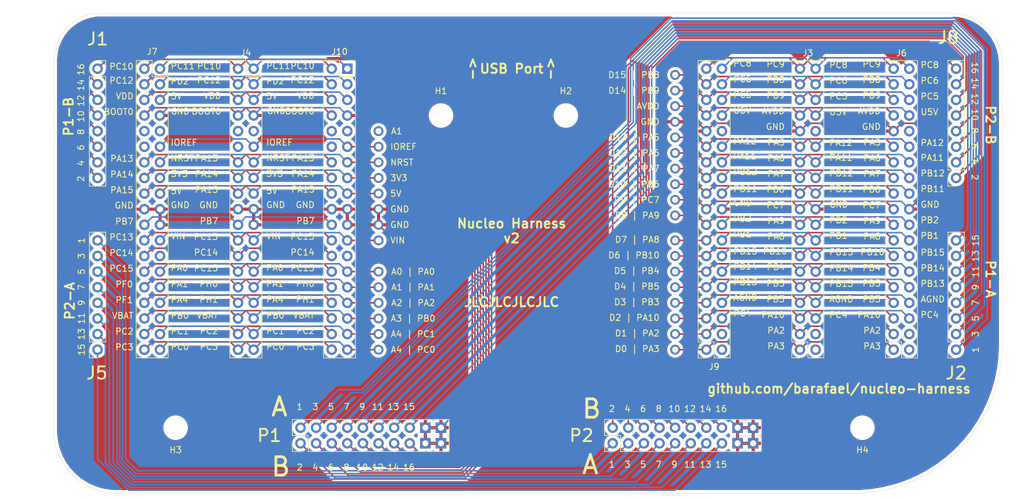
<source format=kicad_pcb>
(kicad_pcb (version 20171130) (host pcbnew 5.1.8)
  (layers (0 F.Cu signal) (31 B.Cu signal) (34 B.Paste user) (35 F.Paste user) (36 B.SilkS user) (37 F.SilkS user) (38 B.Mask user) (39 F.Mask user) (44 Edge.Cuts user))
  (net 0 "")
  (net 1 "Net-(J1-Pad8)")
  (net 2 "Net-(J1-Pad7)")
  (net 3 "Net-(J1-Pad6)")
  (net 4 "Net-(J1-Pad5)")
  (net 5 "Net-(J1-Pad4)")
  (net 6 "Net-(J1-Pad3)")
  (net 7 "Net-(J1-Pad2)")
  (net 8 "Net-(J1-Pad1)")
  (net 9 "Net-(J2-Pad4)")
  (net 10 "Net-(J2-Pad3)")
  (net 11 "Net-(J2-Pad2)")
  (net 12 "Net-(J2-Pad1)")
  (net 13 GND)
  (net 14 PC0)
  (net 15 PC1)
  (net 16 PC2)
  (net 17 PB0)
  (net 18 VBAT)
  (net 19 PA4)
  (net 20 PH1)
  (net 21 PA1)
  (net 22 PH0)
  (net 23 PA0)
  (net 24 PC15)
  (net 25 PC14)
  (net 26 VIN)
  (net 27 PC13)
  (net 28 PB7)
  (net 29 5V)
  (net 30 PA15)
  (net 31 3V3)
  (net 32 PA14)
  (net 33 PA13)
  (net 34 IOREF)
  (net 35 BOOT0)
  (net 36 VDD)
  (net 37 PD2)
  (net 38 PC12)
  (net 39 PC11)
  (net 40 PC3)
  (net 41 PC10)
  (net 42 "Net-(J4-Pad10)")
  (net 43 "Net-(J4-Pad9)")
  (net 44 "Net-(J2-Pad8)")
  (net 45 "Net-(J2-Pad7)")
  (net 46 "Net-(J2-Pad6)")
  (net 47 "Net-(J2-Pad5)")
  (net 48 PA2)
  (net 49 PC4)
  (net 50 PA10)
  (net 51 AGND)
  (net 52 PB3)
  (net 53 PB13)
  (net 54 PB5)
  (net 55 PB14)
  (net 56 PB4)
  (net 57 PB15)
  (net 58 PB10)
  (net 59 PB1)
  (net 60 PA8)
  (net 61 PB2)
  (net 62 PA9)
  (net 63 PC7)
  (net 64 PB6)
  (net 65 PB12)
  (net 66 PA7)
  (net 67 PA11)
  (net 68 PA6)
  (net 69 PA12)
  (net 70 PA5)
  (net 71 AVDD)
  (net 72 PC5)
  (net 73 PB9)
  (net 74 PC6)
  (net 75 PB8)
  (net 76 PC8)
  (net 77 PA3)
  (net 78 PC9)
  (net 79 "Net-(J7-Pad10)")
  (net 80 "Net-(J7-Pad9)")
  (net 81 "Net-(J8-Pad8)")
  (net 82 "Net-(J8-Pad7)")
  (net 83 "Net-(J8-Pad6)")
  (net 84 "Net-(J8-Pad5)")
  (net 85 "Net-(J8-Pad4)")
  (net 86 "Net-(J8-Pad3)")
  (net 87 "Net-(J8-Pad2)")
  (net 88 "Net-(J8-Pad1)")
  (net 89 "Net-(J5-Pad8)")
  (net 90 "Net-(J5-Pad7)")
  (net 91 "Net-(J5-Pad6)")
  (net 92 "Net-(J5-Pad5)")
  (net 93 "Net-(J5-Pad4)")
  (net 94 "Net-(J5-Pad3)")
  (net 95 "Net-(J5-Pad2)")
  (net 96 "Net-(J5-Pad1)")
  (net 97 "Net-(J4-Pad25)")
  (net 98 NRST)
  (net 99 "Net-(J4-Pad12)")
  (net 100 "Net-(J7-Pad25)")
  (net 101 "Net-(J7-Pad12)")
  (net 102 U5V)
  (net 103 "Net-(J3-Pad30)")
  (net 104 PB11)
  (net 105 "Net-(J3-Pad4)")
  (net 106 "Net-(J3-Pad2)")
  (net 107 "Net-(J6-Pad30)")
  (net 108 "Net-(J6-Pad4)")
  (net 109 "Net-(J6-Pad2)")
  (net 110 E5V)
  (net 111 "Net-(J9-Pad30)")
  (net 112 "Net-(J9-Pad4)")
  (net 113 "Net-(J9-Pad2)")
  (net 114 "Net-(J10-Pad25)")
  (net 115 "Net-(J10-Pad12)")
  (net 116 "Net-(J10-Pad10)")
  (net 117 "Net-(J10-Pad9)")
  (net 118 "Net-(A1-Pad31)")
  (net 119 "Net-(A1-Pad32)")
  (module MountingHole:MountingHole_3mm (layer F.Cu) (at 208.28 160.02)
    (fp_text reference H4 (at 0 3.62) (layer F.SilkS))
    (fp_text value MountingHole)
    (pad 1 np_thru_hole circle (at 0 0) (size 3 3) (drill 3) (layers *.Cu *.Mask))
  )
  (module MountingHole:MountingHole_3mm (layer F.Cu) (at 96.52 160.02)
    (fp_text reference H3 (at 0 3.62) (layer F.SilkS))
    (fp_text value MountingHole)
    (pad 1 np_thru_hole circle (at 0 0) (size 3 3) (drill 3) (layers *.Cu *.Mask))
  )
  (module MountingHole:MountingHole_3mm (layer F.Cu) (at 160.02 109.22)
    (fp_text reference H2 (at 0 -4) (layer F.SilkS))
    (fp_text value MountingHole)
    (pad 1 np_thru_hole circle (at 0 0) (size 3 3) (drill 3) (layers *.Cu *.Mask))
  )
  (module MountingHole:MountingHole_3mm (layer F.Cu) (at 139.7 109.22)
    (fp_text reference H1 (at 0 -4) (layer F.SilkS))
    (fp_text value MountingHole)
    (pad 1 np_thru_hole circle (at 0 0) (size 3 3) (drill 3) (layers *.Cu *.Mask))
  )
  (module Module:Arduino_UNO_R3 (layer B.Cu) (at 129.54 111.76 270)
    (fp_text reference A1 (at 0 -2.945047) (layer F.SilkS))
    (fp_text value Arduino_UNO_R3)
    (pad 16 thru_hole oval (at 33.02 -48.26 180) (size 1.6 1.6) (drill 1) (layers *.Cu *.Mask) (net 48 PA2))
    (pad 15 thru_hole oval (at 35.56 -48.26 180) (size 1.6 1.6) (drill 1) (layers *.Cu *.Mask) (net 77 PA3))
    (pad 30 thru_hole oval (at -4.06 -48.26 180) (size 1.6 1.6) (drill 1) (layers *.Cu *.Mask) (net 71 AVDD))
    (pad 14 thru_hole oval (at 35.56 0 180) (size 1.6 1.6) (drill 1) (layers *.Cu *.Mask) (net 14 PC0))
    (pad 29 thru_hole oval (at -1.52 -48.26 180) (size 1.6 1.6) (drill 1) (layers *.Cu *.Mask) (net 13 GND))
    (pad 13 thru_hole oval (at 33.02 0 180) (size 1.6 1.6) (drill 1) (layers *.Cu *.Mask) (net 15 PC1))
    (pad 28 thru_hole oval (at 1.02 -48.26 180) (size 1.6 1.6) (drill 1) (layers *.Cu *.Mask) (net 70 PA5))
    (pad 12 thru_hole oval (at 30.48 0 180) (size 1.6 1.6) (drill 1) (layers *.Cu *.Mask) (net 17 PB0))
    (pad 27 thru_hole oval (at 3.56 -48.26 180) (size 1.6 1.6) (drill 1) (layers *.Cu *.Mask) (net 68 PA6))
    (pad 11 thru_hole oval (at 27.94 0 180) (size 1.6 1.6) (drill 1) (layers *.Cu *.Mask) (net 19 PA4))
    (pad 26 thru_hole oval (at 6.1 -48.26 180) (size 1.6 1.6) (drill 1) (layers *.Cu *.Mask) (net 66 PA7))
    (pad 10 thru_hole oval (at 25.4 0 180) (size 1.6 1.6) (drill 1) (layers *.Cu *.Mask) (net 21 PA1))
    (pad 25 thru_hole oval (at 8.64 -48.26 180) (size 1.6 1.6) (drill 1) (layers *.Cu *.Mask) (net 64 PB6))
    (pad 9 thru_hole oval (at 22.86 0 180) (size 1.6 1.6) (drill 1) (layers *.Cu *.Mask) (net 23 PA0))
    (pad 24 thru_hole oval (at 11.18 -48.26 180) (size 1.6 1.6) (drill 1) (layers *.Cu *.Mask) (net 63 PC7))
    (pad 8 thru_hole oval (at 17.78 0 180) (size 1.6 1.6) (drill 1) (layers *.Cu *.Mask) (net 26 VIN))
    (pad 23 thru_hole oval (at 13.72 -48.26 180) (size 1.6 1.6) (drill 1) (layers *.Cu *.Mask) (net 62 PA9))
    (pad 7 thru_hole oval (at 15.24 0 180) (size 1.6 1.6) (drill 1) (layers *.Cu *.Mask) (net 13 GND))
    (pad 22 thru_hole oval (at 17.78 -48.26 180) (size 1.6 1.6) (drill 1) (layers *.Cu *.Mask) (net 60 PA8))
    (pad 6 thru_hole oval (at 12.7 0 180) (size 1.6 1.6) (drill 1) (layers *.Cu *.Mask) (net 13 GND))
    (pad 21 thru_hole oval (at 20.32 -48.26 180) (size 1.6 1.6) (drill 1) (layers *.Cu *.Mask) (net 58 PB10))
    (pad 5 thru_hole oval (at 10.16 0 180) (size 1.6 1.6) (drill 1) (layers *.Cu *.Mask) (net 29 5V))
    (pad 20 thru_hole oval (at 22.86 -48.26 180) (size 1.6 1.6) (drill 1) (layers *.Cu *.Mask) (net 56 PB4))
    (pad 4 thru_hole oval (at 7.62 0 180) (size 1.6 1.6) (drill 1) (layers *.Cu *.Mask) (net 31 3V3))
    (pad 19 thru_hole oval (at 25.4 -48.26 180) (size 1.6 1.6) (drill 1) (layers *.Cu *.Mask) (net 54 PB5))
    (pad 3 thru_hole oval (at 5.08 0 180) (size 1.6 1.6) (drill 1) (layers *.Cu *.Mask) (net 98 NRST))
    (pad 18 thru_hole oval (at 27.94 -48.26 180) (size 1.6 1.6) (drill 1) (layers *.Cu *.Mask) (net 52 PB3))
    (pad 2 thru_hole oval (at 2.54 0 180) (size 1.6 1.6) (drill 1) (layers *.Cu *.Mask) (net 34 IOREF))
    (pad 17 thru_hole oval (at 30.48 -48.26 180) (size 1.6 1.6) (drill 1) (layers *.Cu *.Mask) (net 50 PA10))
    (pad 1 thru_hole circle (at 0 0 180) (size 1.6 1.6) (drill 1) (layers *.Cu *.Mask))
    (pad 31 thru_hole oval (at -6.6 -48.26 180) (size 1.6 1.6) (drill 1) (layers *.Cu *.Mask) (net 118 "Net-(A1-Pad31)"))
    (pad 32 thru_hole oval (at -9.14 -48.26 180) (size 1.6 1.6) (drill 1) (layers *.Cu *.Mask) (net 119 "Net-(A1-Pad32)"))
  )
  (module Connector_PinSocket_2.54mm:PinSocket_1x08_P2.54mm_Vertical (layer F.Cu) (at 223.52 147.32 180)
    (fp_text reference J2 (at 0 -3.81 180) (layer F.SilkS) (effects (font (size 2 2) (thickness 0.3))))
    (fp_text value Conn_01x08_Female)
    (pad 8 thru_hole oval (at 0 17.78 180) (size 1.7 1.7) (drill 1) (layers *.Cu *.Mask) (net 44 "Net-(J2-Pad8)"))
    (pad 7 thru_hole oval (at 0 15.24 180) (size 1.7 1.7) (drill 1) (layers *.Cu *.Mask) (net 45 "Net-(J2-Pad7)"))
    (pad 6 thru_hole oval (at 0 12.7 180) (size 1.7 1.7) (drill 1) (layers *.Cu *.Mask) (net 46 "Net-(J2-Pad6)"))
    (pad 5 thru_hole oval (at 0 10.16 180) (size 1.7 1.7) (drill 1) (layers *.Cu *.Mask) (net 47 "Net-(J2-Pad5)"))
    (pad 4 thru_hole oval (at 0 7.62 180) (size 1.7 1.7) (drill 1) (layers *.Cu *.Mask) (net 9 "Net-(J2-Pad4)"))
    (pad 3 thru_hole oval (at 0 5.08 180) (size 1.7 1.7) (drill 1) (layers *.Cu *.Mask) (net 10 "Net-(J2-Pad3)"))
    (pad 2 thru_hole oval (at 0 2.54 180) (size 1.7 1.7) (drill 1) (layers *.Cu *.Mask) (net 11 "Net-(J2-Pad2)"))
    (pad 1 thru_hole circle (at 0 0 180) (size 1.7 1.7) (drill 1) (layers *.Cu *.Mask) (net 12 "Net-(J2-Pad1)"))
  )
  (module Connector_PinSocket_2.54mm:PinSocket_2x19_P2.54mm_Vertical (layer F.Cu) (at 124.46 101.6)
    (fp_text reference J10 (at -1.27 -2.77) (layer F.SilkS))
    (fp_text value Conn_02x19_Odd_Even)
    (pad 1 thru_hole rect (at 0 0) (size 1.7 1.7) (drill 1) (layers *.Cu *.Mask) (net 39 PC11))
    (pad 2 thru_hole oval (at -2.54 0) (size 1.7 1.7) (drill 1) (layers *.Cu *.Mask) (net 41 PC10))
    (pad 3 thru_hole oval (at 0 2.54) (size 1.7 1.7) (drill 1) (layers *.Cu *.Mask) (net 37 PD2))
    (pad 4 thru_hole oval (at -2.54 2.54) (size 1.7 1.7) (drill 1) (layers *.Cu *.Mask) (net 38 PC12))
    (pad 5 thru_hole oval (at 0 5.08) (size 1.7 1.7) (drill 1) (layers *.Cu *.Mask) (net 110 E5V))
    (pad 6 thru_hole oval (at -2.54 5.08) (size 1.7 1.7) (drill 1) (layers *.Cu *.Mask) (net 36 VDD))
    (pad 7 thru_hole oval (at 0 7.62) (size 1.7 1.7) (drill 1) (layers *.Cu *.Mask) (net 13 GND))
    (pad 8 thru_hole oval (at -2.54 7.62) (size 1.7 1.7) (drill 1) (layers *.Cu *.Mask) (net 35 BOOT0))
    (pad 9 thru_hole oval (at 0 10.16) (size 1.7 1.7) (drill 1) (layers *.Cu *.Mask) (net 117 "Net-(J10-Pad9)"))
    (pad 10 thru_hole oval (at -2.54 10.16) (size 1.7 1.7) (drill 1) (layers *.Cu *.Mask) (net 116 "Net-(J10-Pad10)"))
    (pad 11 thru_hole oval (at 0 12.7) (size 1.7 1.7) (drill 1) (layers *.Cu *.Mask) (net 34 IOREF))
    (pad 12 thru_hole oval (at -2.54 12.7) (size 1.7 1.7) (drill 1) (layers *.Cu *.Mask) (net 115 "Net-(J10-Pad12)"))
    (pad 13 thru_hole oval (at 0 15.24) (size 1.7 1.7) (drill 1) (layers *.Cu *.Mask) (net 98 NRST))
    (pad 14 thru_hole oval (at -2.54 15.24) (size 1.7 1.7) (drill 1) (layers *.Cu *.Mask) (net 33 PA13))
    (pad 15 thru_hole oval (at 0 17.78) (size 1.7 1.7) (drill 1) (layers *.Cu *.Mask) (net 31 3V3))
    (pad 16 thru_hole oval (at -2.54 17.78) (size 1.7 1.7) (drill 1) (layers *.Cu *.Mask) (net 32 PA14))
    (pad 17 thru_hole oval (at 0 20.32) (size 1.7 1.7) (drill 1) (layers *.Cu *.Mask) (net 29 5V))
    (pad 18 thru_hole oval (at -2.54 20.32) (size 1.7 1.7) (drill 1) (layers *.Cu *.Mask) (net 30 PA15))
    (pad 19 thru_hole oval (at 0 22.86) (size 1.7 1.7) (drill 1) (layers *.Cu *.Mask) (net 13 GND))
    (pad 20 thru_hole oval (at -2.54 22.86) (size 1.7 1.7) (drill 1) (layers *.Cu *.Mask) (net 13 GND))
    (pad 21 thru_hole oval (at 0 25.4) (size 1.7 1.7) (drill 1) (layers *.Cu *.Mask) (net 13 GND))
    (pad 22 thru_hole oval (at -2.54 25.4) (size 1.7 1.7) (drill 1) (layers *.Cu *.Mask) (net 28 PB7))
    (pad 23 thru_hole oval (at 0 27.94) (size 1.7 1.7) (drill 1) (layers *.Cu *.Mask) (net 26 VIN))
    (pad 24 thru_hole oval (at -2.54 27.94) (size 1.7 1.7) (drill 1) (layers *.Cu *.Mask) (net 27 PC13))
    (pad 25 thru_hole oval (at 0 30.48) (size 1.7 1.7) (drill 1) (layers *.Cu *.Mask) (net 114 "Net-(J10-Pad25)"))
    (pad 26 thru_hole oval (at -2.54 30.48) (size 1.7 1.7) (drill 1) (layers *.Cu *.Mask) (net 25 PC14))
    (pad 27 thru_hole oval (at 0 33.02) (size 1.7 1.7) (drill 1) (layers *.Cu *.Mask) (net 23 PA0))
    (pad 28 thru_hole oval (at -2.54 33.02) (size 1.7 1.7) (drill 1) (layers *.Cu *.Mask) (net 24 PC15))
    (pad 29 thru_hole oval (at 0 35.56) (size 1.7 1.7) (drill 1) (layers *.Cu *.Mask) (net 21 PA1))
    (pad 30 thru_hole oval (at -2.54 35.56) (size 1.7 1.7) (drill 1) (layers *.Cu *.Mask) (net 22 PH0))
    (pad 31 thru_hole oval (at 0 38.1) (size 1.7 1.7) (drill 1) (layers *.Cu *.Mask) (net 19 PA4))
    (pad 32 thru_hole oval (at -2.54 38.1) (size 1.7 1.7) (drill 1) (layers *.Cu *.Mask) (net 20 PH1))
    (pad 33 thru_hole oval (at 0 40.64) (size 1.7 1.7) (drill 1) (layers *.Cu *.Mask) (net 17 PB0))
    (pad 34 thru_hole oval (at -2.54 40.64) (size 1.7 1.7) (drill 1) (layers *.Cu *.Mask) (net 18 VBAT))
    (pad 35 thru_hole oval (at 0 43.18) (size 1.7 1.7) (drill 1) (layers *.Cu *.Mask) (net 15 PC1))
    (pad 36 thru_hole oval (at -2.54 43.18) (size 1.7 1.7) (drill 1) (layers *.Cu *.Mask) (net 16 PC2))
    (pad 37 thru_hole oval (at 0 45.72) (size 1.7 1.7) (drill 1) (layers *.Cu *.Mask) (net 14 PC0))
    (pad 38 thru_hole oval (at -2.54 45.72) (size 1.7 1.7) (drill 1) (layers *.Cu *.Mask) (net 40 PC3))
  )
  (module Connector_PinSocket_2.54mm:PinSocket_2x19_P2.54mm_Vertical (layer F.Cu) (at 182.88 147.32 180)
    (fp_text reference J9 (at -1.27 -2.77) (layer F.SilkS))
    (fp_text value Conn_02x19_Odd_Even)
    (pad 1 thru_hole circle (at 0 0 180) (size 1.7 1.7) (drill 1) (layers *.Cu *.Mask) (net 77 PA3))
    (pad 2 thru_hole oval (at -2.54 0 180) (size 1.7 1.7) (drill 1) (layers *.Cu *.Mask) (net 113 "Net-(J9-Pad2)"))
    (pad 3 thru_hole oval (at 0 2.54 180) (size 1.7 1.7) (drill 1) (layers *.Cu *.Mask) (net 48 PA2))
    (pad 4 thru_hole oval (at -2.54 2.54 180) (size 1.7 1.7) (drill 1) (layers *.Cu *.Mask) (net 112 "Net-(J9-Pad4)"))
    (pad 5 thru_hole oval (at 0 5.08 180) (size 1.7 1.7) (drill 1) (layers *.Cu *.Mask) (net 50 PA10))
    (pad 6 thru_hole oval (at -2.54 5.08 180) (size 1.7 1.7) (drill 1) (layers *.Cu *.Mask) (net 49 PC4))
    (pad 7 thru_hole oval (at 0 7.62 180) (size 1.7 1.7) (drill 1) (layers *.Cu *.Mask) (net 52 PB3))
    (pad 8 thru_hole oval (at -2.54 7.62 180) (size 1.7 1.7) (drill 1) (layers *.Cu *.Mask) (net 51 AGND))
    (pad 9 thru_hole oval (at 0 10.16 180) (size 1.7 1.7) (drill 1) (layers *.Cu *.Mask) (net 54 PB5))
    (pad 10 thru_hole oval (at -2.54 10.16 180) (size 1.7 1.7) (drill 1) (layers *.Cu *.Mask) (net 53 PB13))
    (pad 11 thru_hole oval (at 0 12.7 180) (size 1.7 1.7) (drill 1) (layers *.Cu *.Mask) (net 56 PB4))
    (pad 12 thru_hole oval (at -2.54 12.7 180) (size 1.7 1.7) (drill 1) (layers *.Cu *.Mask) (net 55 PB14))
    (pad 13 thru_hole oval (at 0 15.24 180) (size 1.7 1.7) (drill 1) (layers *.Cu *.Mask) (net 58 PB10))
    (pad 14 thru_hole oval (at -2.54 15.24 180) (size 1.7 1.7) (drill 1) (layers *.Cu *.Mask) (net 57 PB15))
    (pad 15 thru_hole oval (at 0 17.78 180) (size 1.7 1.7) (drill 1) (layers *.Cu *.Mask) (net 60 PA8))
    (pad 16 thru_hole oval (at -2.54 17.78 180) (size 1.7 1.7) (drill 1) (layers *.Cu *.Mask) (net 59 PB1))
    (pad 17 thru_hole oval (at 0 20.32 180) (size 1.7 1.7) (drill 1) (layers *.Cu *.Mask) (net 62 PA9))
    (pad 18 thru_hole oval (at -2.54 20.32 180) (size 1.7 1.7) (drill 1) (layers *.Cu *.Mask) (net 61 PB2))
    (pad 19 thru_hole oval (at 0 22.86 180) (size 1.7 1.7) (drill 1) (layers *.Cu *.Mask) (net 63 PC7))
    (pad 20 thru_hole oval (at -2.54 22.86 180) (size 1.7 1.7) (drill 1) (layers *.Cu *.Mask) (net 13 GND))
    (pad 21 thru_hole oval (at 0 25.4 180) (size 1.7 1.7) (drill 1) (layers *.Cu *.Mask) (net 64 PB6))
    (pad 22 thru_hole oval (at -2.54 25.4 180) (size 1.7 1.7) (drill 1) (layers *.Cu *.Mask) (net 104 PB11))
    (pad 23 thru_hole oval (at 0 27.94 180) (size 1.7 1.7) (drill 1) (layers *.Cu *.Mask) (net 66 PA7))
    (pad 24 thru_hole oval (at -2.54 27.94 180) (size 1.7 1.7) (drill 1) (layers *.Cu *.Mask) (net 65 PB12))
    (pad 25 thru_hole oval (at 0 30.48 180) (size 1.7 1.7) (drill 1) (layers *.Cu *.Mask) (net 68 PA6))
    (pad 26 thru_hole oval (at -2.54 30.48 180) (size 1.7 1.7) (drill 1) (layers *.Cu *.Mask) (net 67 PA11))
    (pad 27 thru_hole oval (at 0 33.02 180) (size 1.7 1.7) (drill 1) (layers *.Cu *.Mask) (net 70 PA5))
    (pad 28 thru_hole oval (at -2.54 33.02 180) (size 1.7 1.7) (drill 1) (layers *.Cu *.Mask) (net 69 PA12))
    (pad 29 thru_hole oval (at 0 35.56 180) (size 1.7 1.7) (drill 1) (layers *.Cu *.Mask) (net 13 GND))
    (pad 30 thru_hole oval (at -2.54 35.56 180) (size 1.7 1.7) (drill 1) (layers *.Cu *.Mask) (net 111 "Net-(J9-Pad30)"))
    (pad 31 thru_hole oval (at 0 38.1 180) (size 1.7 1.7) (drill 1) (layers *.Cu *.Mask) (net 71 AVDD))
    (pad 32 thru_hole oval (at -2.54 38.1 180) (size 1.7 1.7) (drill 1) (layers *.Cu *.Mask) (net 102 U5V))
    (pad 33 thru_hole oval (at 0 40.64 180) (size 1.7 1.7) (drill 1) (layers *.Cu *.Mask) (net 73 PB9))
    (pad 34 thru_hole oval (at -2.54 40.64 180) (size 1.7 1.7) (drill 1) (layers *.Cu *.Mask) (net 72 PC5))
    (pad 35 thru_hole oval (at 0 43.18 180) (size 1.7 1.7) (drill 1) (layers *.Cu *.Mask) (net 75 PB8))
    (pad 36 thru_hole oval (at -2.54 43.18 180) (size 1.7 1.7) (drill 1) (layers *.Cu *.Mask) (net 74 PC6))
    (pad 37 thru_hole oval (at 0 45.72 180) (size 1.7 1.7) (drill 1) (layers *.Cu *.Mask) (net 78 PC9))
    (pad 38 thru_hole oval (at -2.54 45.72 180) (size 1.7 1.7) (drill 1) (layers *.Cu *.Mask) (net 76 PC8))
  )
  (module Connector_PinSocket_2.54mm:PinSocket_2x19_P2.54mm_Vertical (layer F.Cu) (at 213.36 147.32 180)
    (fp_text reference J6 (at -1.27 48.26) (layer F.SilkS))
    (fp_text value Conn_02x19_Odd_Even)
    (pad 1 thru_hole circle (at 0 0 180) (size 1.7 1.7) (drill 1) (layers *.Cu *.Mask) (net 77 PA3))
    (pad 2 thru_hole oval (at -2.54 0 180) (size 1.7 1.7) (drill 1) (layers *.Cu *.Mask) (net 109 "Net-(J6-Pad2)"))
    (pad 3 thru_hole oval (at 0 2.54 180) (size 1.7 1.7) (drill 1) (layers *.Cu *.Mask) (net 48 PA2))
    (pad 4 thru_hole oval (at -2.54 2.54 180) (size 1.7 1.7) (drill 1) (layers *.Cu *.Mask) (net 108 "Net-(J6-Pad4)"))
    (pad 5 thru_hole oval (at 0 5.08 180) (size 1.7 1.7) (drill 1) (layers *.Cu *.Mask) (net 50 PA10))
    (pad 6 thru_hole oval (at -2.54 5.08 180) (size 1.7 1.7) (drill 1) (layers *.Cu *.Mask) (net 49 PC4))
    (pad 7 thru_hole oval (at 0 7.62 180) (size 1.7 1.7) (drill 1) (layers *.Cu *.Mask) (net 52 PB3))
    (pad 8 thru_hole oval (at -2.54 7.62 180) (size 1.7 1.7) (drill 1) (layers *.Cu *.Mask) (net 51 AGND))
    (pad 9 thru_hole oval (at 0 10.16 180) (size 1.7 1.7) (drill 1) (layers *.Cu *.Mask) (net 54 PB5))
    (pad 10 thru_hole oval (at -2.54 10.16 180) (size 1.7 1.7) (drill 1) (layers *.Cu *.Mask) (net 53 PB13))
    (pad 11 thru_hole oval (at 0 12.7 180) (size 1.7 1.7) (drill 1) (layers *.Cu *.Mask) (net 56 PB4))
    (pad 12 thru_hole oval (at -2.54 12.7 180) (size 1.7 1.7) (drill 1) (layers *.Cu *.Mask) (net 55 PB14))
    (pad 13 thru_hole oval (at 0 15.24 180) (size 1.7 1.7) (drill 1) (layers *.Cu *.Mask) (net 58 PB10))
    (pad 14 thru_hole oval (at -2.54 15.24 180) (size 1.7 1.7) (drill 1) (layers *.Cu *.Mask) (net 57 PB15))
    (pad 15 thru_hole oval (at 0 17.78 180) (size 1.7 1.7) (drill 1) (layers *.Cu *.Mask) (net 60 PA8))
    (pad 16 thru_hole oval (at -2.54 17.78 180) (size 1.7 1.7) (drill 1) (layers *.Cu *.Mask) (net 59 PB1))
    (pad 17 thru_hole oval (at 0 20.32 180) (size 1.7 1.7) (drill 1) (layers *.Cu *.Mask) (net 62 PA9))
    (pad 18 thru_hole oval (at -2.54 20.32 180) (size 1.7 1.7) (drill 1) (layers *.Cu *.Mask) (net 61 PB2))
    (pad 19 thru_hole oval (at 0 22.86 180) (size 1.7 1.7) (drill 1) (layers *.Cu *.Mask) (net 63 PC7))
    (pad 20 thru_hole oval (at -2.54 22.86 180) (size 1.7 1.7) (drill 1) (layers *.Cu *.Mask) (net 13 GND))
    (pad 21 thru_hole oval (at 0 25.4 180) (size 1.7 1.7) (drill 1) (layers *.Cu *.Mask) (net 64 PB6))
    (pad 22 thru_hole oval (at -2.54 25.4 180) (size 1.7 1.7) (drill 1) (layers *.Cu *.Mask) (net 104 PB11))
    (pad 23 thru_hole oval (at 0 27.94 180) (size 1.7 1.7) (drill 1) (layers *.Cu *.Mask) (net 66 PA7))
    (pad 24 thru_hole oval (at -2.54 27.94 180) (size 1.7 1.7) (drill 1) (layers *.Cu *.Mask) (net 65 PB12))
    (pad 25 thru_hole oval (at 0 30.48 180) (size 1.7 1.7) (drill 1) (layers *.Cu *.Mask) (net 68 PA6))
    (pad 26 thru_hole oval (at -2.54 30.48 180) (size 1.7 1.7) (drill 1) (layers *.Cu *.Mask) (net 67 PA11))
    (pad 27 thru_hole oval (at 0 33.02 180) (size 1.7 1.7) (drill 1) (layers *.Cu *.Mask) (net 70 PA5))
    (pad 28 thru_hole oval (at -2.54 33.02 180) (size 1.7 1.7) (drill 1) (layers *.Cu *.Mask) (net 69 PA12))
    (pad 29 thru_hole oval (at 0 35.56 180) (size 1.7 1.7) (drill 1) (layers *.Cu *.Mask) (net 13 GND))
    (pad 30 thru_hole oval (at -2.54 35.56 180) (size 1.7 1.7) (drill 1) (layers *.Cu *.Mask) (net 107 "Net-(J6-Pad30)"))
    (pad 31 thru_hole oval (at 0 38.1 180) (size 1.7 1.7) (drill 1) (layers *.Cu *.Mask) (net 71 AVDD))
    (pad 32 thru_hole oval (at -2.54 38.1 180) (size 1.7 1.7) (drill 1) (layers *.Cu *.Mask) (net 102 U5V))
    (pad 33 thru_hole oval (at 0 40.64 180) (size 1.7 1.7) (drill 1) (layers *.Cu *.Mask) (net 73 PB9))
    (pad 34 thru_hole oval (at -2.54 40.64 180) (size 1.7 1.7) (drill 1) (layers *.Cu *.Mask) (net 72 PC5))
    (pad 35 thru_hole oval (at 0 43.18 180) (size 1.7 1.7) (drill 1) (layers *.Cu *.Mask) (net 75 PB8))
    (pad 36 thru_hole oval (at -2.54 43.18 180) (size 1.7 1.7) (drill 1) (layers *.Cu *.Mask) (net 74 PC6))
    (pad 37 thru_hole oval (at 0 45.72 180) (size 1.7 1.7) (drill 1) (layers *.Cu *.Mask) (net 78 PC9))
    (pad 38 thru_hole oval (at -2.54 45.72 180) (size 1.7 1.7) (drill 1) (layers *.Cu *.Mask) (net 76 PC8))
  )
  (module Connector_PinSocket_2.54mm:PinSocket_2x19_P2.54mm_Vertical (layer F.Cu) (at 93.98 101.6)
    (fp_text reference J7 (at -1.27 -2.77) (layer F.SilkS))
    (fp_text value Conn_02x19_Odd_Even)
    (pad 38 thru_hole oval (at -2.54 45.72) (size 1.7 1.7) (drill 1) (layers *.Cu *.Mask) (net 40 PC3))
    (pad 37 thru_hole oval (at 0 45.72) (size 1.7 1.7) (drill 1) (layers *.Cu *.Mask) (net 14 PC0))
    (pad 36 thru_hole oval (at -2.54 43.18) (size 1.7 1.7) (drill 1) (layers *.Cu *.Mask) (net 16 PC2))
    (pad 35 thru_hole oval (at 0 43.18) (size 1.7 1.7) (drill 1) (layers *.Cu *.Mask) (net 15 PC1))
    (pad 34 thru_hole oval (at -2.54 40.64) (size 1.7 1.7) (drill 1) (layers *.Cu *.Mask) (net 18 VBAT))
    (pad 33 thru_hole oval (at 0 40.64) (size 1.7 1.7) (drill 1) (layers *.Cu *.Mask) (net 17 PB0))
    (pad 32 thru_hole oval (at -2.54 38.1) (size 1.7 1.7) (drill 1) (layers *.Cu *.Mask) (net 20 PH1))
    (pad 31 thru_hole oval (at 0 38.1) (size 1.7 1.7) (drill 1) (layers *.Cu *.Mask) (net 19 PA4))
    (pad 30 thru_hole oval (at -2.54 35.56) (size 1.7 1.7) (drill 1) (layers *.Cu *.Mask) (net 22 PH0))
    (pad 29 thru_hole oval (at 0 35.56) (size 1.7 1.7) (drill 1) (layers *.Cu *.Mask) (net 21 PA1))
    (pad 28 thru_hole oval (at -2.54 33.02) (size 1.7 1.7) (drill 1) (layers *.Cu *.Mask) (net 24 PC15))
    (pad 27 thru_hole oval (at 0 33.02) (size 1.7 1.7) (drill 1) (layers *.Cu *.Mask) (net 23 PA0))
    (pad 26 thru_hole oval (at -2.54 30.48) (size 1.7 1.7) (drill 1) (layers *.Cu *.Mask) (net 25 PC14))
    (pad 25 thru_hole oval (at 0 30.48) (size 1.7 1.7) (drill 1) (layers *.Cu *.Mask) (net 100 "Net-(J7-Pad25)"))
    (pad 24 thru_hole oval (at -2.54 27.94) (size 1.7 1.7) (drill 1) (layers *.Cu *.Mask) (net 27 PC13))
    (pad 23 thru_hole oval (at 0 27.94) (size 1.7 1.7) (drill 1) (layers *.Cu *.Mask) (net 26 VIN))
    (pad 22 thru_hole oval (at -2.54 25.4) (size 1.7 1.7) (drill 1) (layers *.Cu *.Mask) (net 28 PB7))
    (pad 21 thru_hole oval (at 0 25.4) (size 1.7 1.7) (drill 1) (layers *.Cu *.Mask) (net 13 GND))
    (pad 20 thru_hole oval (at -2.54 22.86) (size 1.7 1.7) (drill 1) (layers *.Cu *.Mask) (net 13 GND))
    (pad 19 thru_hole oval (at 0 22.86) (size 1.7 1.7) (drill 1) (layers *.Cu *.Mask) (net 13 GND))
    (pad 18 thru_hole oval (at -2.54 20.32) (size 1.7 1.7) (drill 1) (layers *.Cu *.Mask) (net 30 PA15))
    (pad 17 thru_hole oval (at 0 20.32) (size 1.7 1.7) (drill 1) (layers *.Cu *.Mask) (net 29 5V))
    (pad 16 thru_hole oval (at -2.54 17.78) (size 1.7 1.7) (drill 1) (layers *.Cu *.Mask) (net 32 PA14))
    (pad 15 thru_hole oval (at 0 17.78) (size 1.7 1.7) (drill 1) (layers *.Cu *.Mask) (net 31 3V3))
    (pad 14 thru_hole oval (at -2.54 15.24) (size 1.7 1.7) (drill 1) (layers *.Cu *.Mask) (net 33 PA13))
    (pad 13 thru_hole oval (at 0 15.24) (size 1.7 1.7) (drill 1) (layers *.Cu *.Mask) (net 98 NRST))
    (pad 12 thru_hole oval (at -2.54 12.7) (size 1.7 1.7) (drill 1) (layers *.Cu *.Mask) (net 101 "Net-(J7-Pad12)"))
    (pad 11 thru_hole oval (at 0 12.7) (size 1.7 1.7) (drill 1) (layers *.Cu *.Mask) (net 34 IOREF))
    (pad 10 thru_hole oval (at -2.54 10.16) (size 1.7 1.7) (drill 1) (layers *.Cu *.Mask) (net 79 "Net-(J7-Pad10)"))
    (pad 9 thru_hole oval (at 0 10.16) (size 1.7 1.7) (drill 1) (layers *.Cu *.Mask) (net 80 "Net-(J7-Pad9)"))
    (pad 8 thru_hole oval (at -2.54 7.62) (size 1.7 1.7) (drill 1) (layers *.Cu *.Mask) (net 35 BOOT0))
    (pad 7 thru_hole oval (at 0 7.62) (size 1.7 1.7) (drill 1) (layers *.Cu *.Mask) (net 13 GND))
    (pad 6 thru_hole oval (at -2.54 5.08) (size 1.7 1.7) (drill 1) (layers *.Cu *.Mask) (net 36 VDD))
    (pad 5 thru_hole oval (at 0 5.08) (size 1.7 1.7) (drill 1) (layers *.Cu *.Mask) (net 110 E5V))
    (pad 4 thru_hole oval (at -2.54 2.54) (size 1.7 1.7) (drill 1) (layers *.Cu *.Mask) (net 38 PC12))
    (pad 3 thru_hole oval (at 0 2.54) (size 1.7 1.7) (drill 1) (layers *.Cu *.Mask) (net 37 PD2))
    (pad 2 thru_hole oval (at -2.54 0) (size 1.7 1.7) (drill 1) (layers *.Cu *.Mask) (net 41 PC10))
    (pad 1 thru_hole circle (at 0 0) (size 1.7 1.7) (drill 1) (layers *.Cu *.Mask) (net 39 PC11))
  )
  (module Connector_PinSocket_2.54mm:PinSocket_1x08_P2.54mm_Vertical (layer F.Cu) (at 223.52 119.38 180)
    (fp_text reference J8 (at 1.27 22.86 180) (layer F.SilkS) (effects (font (size 2 2) (thickness 0.3))))
    (fp_text value Conn_01x08_Female)
    (pad 8 thru_hole oval (at 0 17.78 180) (size 1.7 1.7) (drill 1) (layers *.Cu *.Mask) (net 81 "Net-(J8-Pad8)"))
    (pad 7 thru_hole oval (at 0 15.24 180) (size 1.7 1.7) (drill 1) (layers *.Cu *.Mask) (net 82 "Net-(J8-Pad7)"))
    (pad 6 thru_hole oval (at 0 12.7 180) (size 1.7 1.7) (drill 1) (layers *.Cu *.Mask) (net 83 "Net-(J8-Pad6)"))
    (pad 5 thru_hole oval (at 0 10.16 180) (size 1.7 1.7) (drill 1) (layers *.Cu *.Mask) (net 84 "Net-(J8-Pad5)"))
    (pad 4 thru_hole oval (at 0 7.62 180) (size 1.7 1.7) (drill 1) (layers *.Cu *.Mask) (net 85 "Net-(J8-Pad4)"))
    (pad 3 thru_hole oval (at 0 5.08 180) (size 1.7 1.7) (drill 1) (layers *.Cu *.Mask) (net 86 "Net-(J8-Pad3)"))
    (pad 2 thru_hole oval (at 0 2.54 180) (size 1.7 1.7) (drill 1) (layers *.Cu *.Mask) (net 87 "Net-(J8-Pad2)"))
    (pad 1 thru_hole circle (at 0 0 180) (size 1.7 1.7) (drill 1) (layers *.Cu *.Mask) (net 88 "Net-(J8-Pad1)"))
  )
  (module Connector_PinSocket_2.54mm:PinSocket_1x08_P2.54mm_Vertical (layer F.Cu) (at 83.82 147.32 180)
    (fp_text reference J5 (at 0.112 -3.81) (layer F.SilkS) (effects (font (size 2 2) (thickness 0.3))))
    (fp_text value Conn_01x08_Female)
    (pad 8 thru_hole oval (at 0 17.78 180) (size 1.7 1.7) (drill 1) (layers *.Cu *.Mask) (net 89 "Net-(J5-Pad8)"))
    (pad 7 thru_hole oval (at 0 15.24 180) (size 1.7 1.7) (drill 1) (layers *.Cu *.Mask) (net 90 "Net-(J5-Pad7)"))
    (pad 6 thru_hole oval (at 0 12.7 180) (size 1.7 1.7) (drill 1) (layers *.Cu *.Mask) (net 91 "Net-(J5-Pad6)"))
    (pad 5 thru_hole oval (at 0 10.16 180) (size 1.7 1.7) (drill 1) (layers *.Cu *.Mask) (net 92 "Net-(J5-Pad5)"))
    (pad 4 thru_hole oval (at 0 7.62 180) (size 1.7 1.7) (drill 1) (layers *.Cu *.Mask) (net 93 "Net-(J5-Pad4)"))
    (pad 3 thru_hole oval (at 0 5.08 180) (size 1.7 1.7) (drill 1) (layers *.Cu *.Mask) (net 94 "Net-(J5-Pad3)"))
    (pad 2 thru_hole oval (at 0 2.54 180) (size 1.7 1.7) (drill 1) (layers *.Cu *.Mask) (net 95 "Net-(J5-Pad2)"))
    (pad 1 thru_hole circle (at 0 0 180) (size 1.7 1.7) (drill 1) (layers *.Cu *.Mask) (net 96 "Net-(J5-Pad1)"))
  )
  (module Connector_PinSocket_2.54mm:PinSocket_1x08_P2.54mm_Vertical (layer F.Cu) (at 83.82 101.6)
    (fp_text reference J1 (at 0 -4.826 180) (layer F.SilkS) (effects (font (size 2 2) (thickness 0.3))))
    (fp_text value Conn_01x08_Female)
    (pad 8 thru_hole oval (at 0 17.78) (size 1.7 1.7) (drill 1) (layers *.Cu *.Mask) (net 1 "Net-(J1-Pad8)"))
    (pad 7 thru_hole oval (at 0 15.24) (size 1.7 1.7) (drill 1) (layers *.Cu *.Mask) (net 2 "Net-(J1-Pad7)"))
    (pad 6 thru_hole oval (at 0 12.7) (size 1.7 1.7) (drill 1) (layers *.Cu *.Mask) (net 3 "Net-(J1-Pad6)"))
    (pad 5 thru_hole oval (at 0 10.16) (size 1.7 1.7) (drill 1) (layers *.Cu *.Mask) (net 4 "Net-(J1-Pad5)"))
    (pad 4 thru_hole oval (at 0 7.62) (size 1.7 1.7) (drill 1) (layers *.Cu *.Mask) (net 5 "Net-(J1-Pad4)"))
    (pad 3 thru_hole oval (at 0 5.08) (size 1.7 1.7) (drill 1) (layers *.Cu *.Mask) (net 6 "Net-(J1-Pad3)"))
    (pad 2 thru_hole oval (at 0 2.54) (size 1.7 1.7) (drill 1) (layers *.Cu *.Mask) (net 7 "Net-(J1-Pad2)"))
    (pad 1 thru_hole circle (at 0 0) (size 1.7 1.7) (drill 1) (layers *.Cu *.Mask) (net 8 "Net-(J1-Pad1)"))
  )
  (module Connector_PinHeader_2.54mm:PinHeader_2x10_P2.54mm_Vertical (layer F.Cu) (at 167.64 162.56 90)
    (fp_text reference P2 (at 1.27 -5.08 180) (layer F.SilkS) (effects (font (size 2 2) (thickness 0.3))))
    (fp_text value Conn_02x10_Odd_Even)
    (pad 20 thru_hole rect (at 2.54 22.86 90) (size 1.7 1.7) (drill 1) (layers *.Cu *.Mask) (net 13 GND))
    (pad 19 thru_hole rect (at 0 22.86 90) (size 1.7 1.7) (drill 1) (layers *.Cu *.Mask) (net 13 GND))
    (pad 18 thru_hole rect (at 2.54 20.32 90) (size 1.7 1.7) (drill 1) (layers *.Cu *.Mask) (net 13 GND))
    (pad 17 thru_hole rect (at 0 20.32 90) (size 1.7 1.7) (drill 1) (layers *.Cu *.Mask) (net 13 GND))
    (pad 16 thru_hole oval (at 2.54 17.78 90) (size 1.7 1.7) (drill 1) (layers *.Cu *.Mask) (net 81 "Net-(J8-Pad8)"))
    (pad 15 thru_hole oval (at 0 17.78 90) (size 1.7 1.7) (drill 1) (layers *.Cu *.Mask) (net 96 "Net-(J5-Pad1)"))
    (pad 14 thru_hole oval (at 2.54 15.24 90) (size 1.7 1.7) (drill 1) (layers *.Cu *.Mask) (net 82 "Net-(J8-Pad7)"))
    (pad 13 thru_hole oval (at 0 15.24 90) (size 1.7 1.7) (drill 1) (layers *.Cu *.Mask) (net 95 "Net-(J5-Pad2)"))
    (pad 12 thru_hole oval (at 2.54 12.7 90) (size 1.7 1.7) (drill 1) (layers *.Cu *.Mask) (net 83 "Net-(J8-Pad6)"))
    (pad 11 thru_hole oval (at 0 12.7 90) (size 1.7 1.7) (drill 1) (layers *.Cu *.Mask) (net 94 "Net-(J5-Pad3)"))
    (pad 10 thru_hole oval (at 2.54 10.16 90) (size 1.7 1.7) (drill 1) (layers *.Cu *.Mask) (net 84 "Net-(J8-Pad5)"))
    (pad 9 thru_hole oval (at 0 10.16 90) (size 1.7 1.7) (drill 1) (layers *.Cu *.Mask) (net 93 "Net-(J5-Pad4)"))
    (pad 8 thru_hole oval (at 2.54 7.62 90) (size 1.7 1.7) (drill 1) (layers *.Cu *.Mask) (net 85 "Net-(J8-Pad4)"))
    (pad 7 thru_hole oval (at 0 7.62 90) (size 1.7 1.7) (drill 1) (layers *.Cu *.Mask) (net 92 "Net-(J5-Pad5)"))
    (pad 6 thru_hole oval (at 2.54 5.08 90) (size 1.7 1.7) (drill 1) (layers *.Cu *.Mask) (net 86 "Net-(J8-Pad3)"))
    (pad 5 thru_hole oval (at 0 5.08 90) (size 1.7 1.7) (drill 1) (layers *.Cu *.Mask) (net 91 "Net-(J5-Pad6)"))
    (pad 4 thru_hole oval (at 2.54 2.54 90) (size 1.7 1.7) (drill 1) (layers *.Cu *.Mask) (net 87 "Net-(J8-Pad2)"))
    (pad 3 thru_hole oval (at 0 2.54 90) (size 1.7 1.7) (drill 1) (layers *.Cu *.Mask) (net 90 "Net-(J5-Pad7)"))
    (pad 2 thru_hole oval (at 2.54 0 90) (size 1.7 1.7) (drill 1) (layers *.Cu *.Mask) (net 88 "Net-(J8-Pad1)"))
    (pad 1 thru_hole oval (at 0 0 90) (size 1.7 1.7) (drill 1) (layers *.Cu *.Mask) (net 89 "Net-(J5-Pad8)"))
  )
  (module Connector_PinHeader_2.54mm:PinHeader_2x10_P2.54mm_Vertical (layer F.Cu) (at 116.84 162.56 90)
    (fp_text reference P1 (at 1.27 -5.08 180) (layer F.SilkS) (effects (font (size 2 2) (thickness 0.3))))
    (fp_text value Conn_02x10_Odd_Even)
    (pad 20 thru_hole rect (at 2.54 22.86 90) (size 1.7 1.7) (drill 1) (layers *.Cu *.Mask) (net 13 GND))
    (pad 19 thru_hole rect (at 0 22.86 90) (size 1.7 1.7) (drill 1) (layers *.Cu *.Mask) (net 13 GND))
    (pad 18 thru_hole rect (at 2.54 20.32 90) (size 1.7 1.7) (drill 1) (layers *.Cu *.Mask) (net 13 GND))
    (pad 17 thru_hole rect (at 0 20.32 90) (size 1.7 1.7) (drill 1) (layers *.Cu *.Mask) (net 13 GND))
    (pad 16 thru_hole oval (at 2.54 17.78 90) (size 1.7 1.7) (drill 1) (layers *.Cu *.Mask) (net 44 "Net-(J2-Pad8)"))
    (pad 15 thru_hole oval (at 0 17.78 90) (size 1.7 1.7) (drill 1) (layers *.Cu *.Mask) (net 8 "Net-(J1-Pad1)"))
    (pad 14 thru_hole oval (at 2.54 15.24 90) (size 1.7 1.7) (drill 1) (layers *.Cu *.Mask) (net 45 "Net-(J2-Pad7)"))
    (pad 13 thru_hole oval (at 0 15.24 90) (size 1.7 1.7) (drill 1) (layers *.Cu *.Mask) (net 7 "Net-(J1-Pad2)"))
    (pad 12 thru_hole oval (at 2.54 12.7 90) (size 1.7 1.7) (drill 1) (layers *.Cu *.Mask) (net 46 "Net-(J2-Pad6)"))
    (pad 11 thru_hole oval (at 0 12.7 90) (size 1.7 1.7) (drill 1) (layers *.Cu *.Mask) (net 6 "Net-(J1-Pad3)"))
    (pad 10 thru_hole oval (at 2.54 10.16 90) (size 1.7 1.7) (drill 1) (layers *.Cu *.Mask) (net 47 "Net-(J2-Pad5)"))
    (pad 9 thru_hole oval (at 0 10.16 90) (size 1.7 1.7) (drill 1) (layers *.Cu *.Mask) (net 5 "Net-(J1-Pad4)"))
    (pad 8 thru_hole oval (at 2.54 7.62 90) (size 1.7 1.7) (drill 1) (layers *.Cu *.Mask) (net 9 "Net-(J2-Pad4)"))
    (pad 7 thru_hole oval (at 0 7.62 90) (size 1.7 1.7) (drill 1) (layers *.Cu *.Mask) (net 4 "Net-(J1-Pad5)"))
    (pad 6 thru_hole oval (at 2.54 5.08 90) (size 1.7 1.7) (drill 1) (layers *.Cu *.Mask) (net 10 "Net-(J2-Pad3)"))
    (pad 5 thru_hole oval (at 0 5.08 90) (size 1.7 1.7) (drill 1) (layers *.Cu *.Mask) (net 3 "Net-(J1-Pad6)"))
    (pad 4 thru_hole oval (at 2.54 2.54 90) (size 1.7 1.7) (drill 1) (layers *.Cu *.Mask) (net 11 "Net-(J2-Pad2)"))
    (pad 3 thru_hole oval (at 0 2.54 90) (size 1.7 1.7) (drill 1) (layers *.Cu *.Mask) (net 2 "Net-(J1-Pad7)"))
    (pad 2 thru_hole oval (at 2.54 0 90) (size 1.7 1.7) (drill 1) (layers *.Cu *.Mask) (net 12 "Net-(J2-Pad1)"))
    (pad 1 thru_hole oval (at 0 0 90) (size 1.7 1.7) (drill 1) (layers *.Cu *.Mask) (net 1 "Net-(J1-Pad8)"))
  )
  (module Connector_PinSocket_2.54mm:PinSocket_2x19_P2.54mm_Vertical (layer F.Cu) (at 109.22 101.6)
    (fp_text reference J4 (at -1.27 -2.6) (layer F.SilkS))
    (fp_text value Conn_02x19_Odd_Even)
    (pad 38 thru_hole oval (at -2.54 45.72) (size 1.7 1.7) (drill 1) (layers *.Cu *.Mask) (net 40 PC3))
    (pad 37 thru_hole oval (at 0 45.72) (size 1.7 1.7) (drill 1) (layers *.Cu *.Mask) (net 14 PC0))
    (pad 36 thru_hole oval (at -2.54 43.18) (size 1.7 1.7) (drill 1) (layers *.Cu *.Mask) (net 16 PC2))
    (pad 35 thru_hole oval (at 0 43.18) (size 1.7 1.7) (drill 1) (layers *.Cu *.Mask) (net 15 PC1))
    (pad 34 thru_hole oval (at -2.54 40.64) (size 1.7 1.7) (drill 1) (layers *.Cu *.Mask) (net 18 VBAT))
    (pad 33 thru_hole oval (at 0 40.64) (size 1.7 1.7) (drill 1) (layers *.Cu *.Mask) (net 17 PB0))
    (pad 32 thru_hole oval (at -2.54 38.1) (size 1.7 1.7) (drill 1) (layers *.Cu *.Mask) (net 20 PH1))
    (pad 31 thru_hole oval (at 0 38.1) (size 1.7 1.7) (drill 1) (layers *.Cu *.Mask) (net 19 PA4))
    (pad 30 thru_hole oval (at -2.54 35.56) (size 1.7 1.7) (drill 1) (layers *.Cu *.Mask) (net 22 PH0))
    (pad 29 thru_hole oval (at 0 35.56) (size 1.7 1.7) (drill 1) (layers *.Cu *.Mask) (net 21 PA1))
    (pad 28 thru_hole oval (at -2.54 33.02) (size 1.7 1.7) (drill 1) (layers *.Cu *.Mask) (net 24 PC15))
    (pad 27 thru_hole oval (at 0 33.02) (size 1.7 1.7) (drill 1) (layers *.Cu *.Mask) (net 23 PA0))
    (pad 26 thru_hole oval (at -2.54 30.48) (size 1.7 1.7) (drill 1) (layers *.Cu *.Mask) (net 25 PC14))
    (pad 25 thru_hole oval (at 0 30.48) (size 1.7 1.7) (drill 1) (layers *.Cu *.Mask) (net 97 "Net-(J4-Pad25)"))
    (pad 24 thru_hole oval (at -2.54 27.94) (size 1.7 1.7) (drill 1) (layers *.Cu *.Mask) (net 27 PC13))
    (pad 23 thru_hole oval (at 0 27.94) (size 1.7 1.7) (drill 1) (layers *.Cu *.Mask) (net 26 VIN))
    (pad 22 thru_hole oval (at -2.54 25.4) (size 1.7 1.7) (drill 1) (layers *.Cu *.Mask) (net 28 PB7))
    (pad 21 thru_hole oval (at 0 25.4) (size 1.7 1.7) (drill 1) (layers *.Cu *.Mask) (net 13 GND))
    (pad 20 thru_hole oval (at -2.54 22.86) (size 1.7 1.7) (drill 1) (layers *.Cu *.Mask) (net 13 GND))
    (pad 19 thru_hole oval (at 0 22.86) (size 1.7 1.7) (drill 1) (layers *.Cu *.Mask) (net 13 GND))
    (pad 18 thru_hole oval (at -2.54 20.32) (size 1.7 1.7) (drill 1) (layers *.Cu *.Mask) (net 30 PA15))
    (pad 17 thru_hole oval (at 0 20.32) (size 1.7 1.7) (drill 1) (layers *.Cu *.Mask) (net 29 5V))
    (pad 16 thru_hole oval (at -2.54 17.78) (size 1.7 1.7) (drill 1) (layers *.Cu *.Mask) (net 32 PA14))
    (pad 15 thru_hole oval (at 0 17.78) (size 1.7 1.7) (drill 1) (layers *.Cu *.Mask) (net 31 3V3))
    (pad 14 thru_hole oval (at -2.54 15.24) (size 1.7 1.7) (drill 1) (layers *.Cu *.Mask) (net 33 PA13))
    (pad 13 thru_hole oval (at 0 15.24) (size 1.7 1.7) (drill 1) (layers *.Cu *.Mask) (net 98 NRST))
    (pad 12 thru_hole oval (at -2.54 12.7) (size 1.7 1.7) (drill 1) (layers *.Cu *.Mask) (net 99 "Net-(J4-Pad12)"))
    (pad 11 thru_hole oval (at 0 12.7) (size 1.7 1.7) (drill 1) (layers *.Cu *.Mask) (net 34 IOREF))
    (pad 10 thru_hole oval (at -2.54 10.16) (size 1.7 1.7) (drill 1) (layers *.Cu *.Mask) (net 42 "Net-(J4-Pad10)"))
    (pad 9 thru_hole oval (at 0 10.16) (size 1.7 1.7) (drill 1) (layers *.Cu *.Mask) (net 43 "Net-(J4-Pad9)"))
    (pad 8 thru_hole oval (at -2.54 7.62) (size 1.7 1.7) (drill 1) (layers *.Cu *.Mask) (net 35 BOOT0))
    (pad 7 thru_hole oval (at 0 7.62) (size 1.7 1.7) (drill 1) (layers *.Cu *.Mask) (net 13 GND))
    (pad 6 thru_hole oval (at -2.54 5.08) (size 1.7 1.7) (drill 1) (layers *.Cu *.Mask) (net 36 VDD))
    (pad 5 thru_hole oval (at 0 5.08) (size 1.7 1.7) (drill 1) (layers *.Cu *.Mask) (net 110 E5V))
    (pad 4 thru_hole oval (at -2.54 2.54) (size 1.7 1.7) (drill 1) (layers *.Cu *.Mask) (net 38 PC12))
    (pad 3 thru_hole oval (at 0 2.54) (size 1.7 1.7) (drill 1) (layers *.Cu *.Mask) (net 37 PD2))
    (pad 2 thru_hole oval (at -2.54 0) (size 1.7 1.7) (drill 1) (layers *.Cu *.Mask) (net 41 PC10))
    (pad 1 thru_hole circle (at 0 0) (size 1.7 1.7) (drill 1) (layers *.Cu *.Mask) (net 39 PC11))
  )
  (module Connector_PinSocket_2.54mm:PinSocket_2x19_P2.54mm_Vertical (layer F.Cu) (at 198.12 147.32 180)
    (fp_text reference J3 (at -1.27 48.26) (layer F.SilkS))
    (fp_text value Conn_02x19_Odd_Even)
    (pad 38 thru_hole oval (at -2.54 45.72 180) (size 1.7 1.7) (drill 1) (layers *.Cu *.Mask) (net 76 PC8))
    (pad 37 thru_hole oval (at 0 45.72 180) (size 1.7 1.7) (drill 1) (layers *.Cu *.Mask) (net 78 PC9))
    (pad 36 thru_hole oval (at -2.54 43.18 180) (size 1.7 1.7) (drill 1) (layers *.Cu *.Mask) (net 74 PC6))
    (pad 35 thru_hole oval (at 0 43.18 180) (size 1.7 1.7) (drill 1) (layers *.Cu *.Mask) (net 75 PB8))
    (pad 34 thru_hole oval (at -2.54 40.64 180) (size 1.7 1.7) (drill 1) (layers *.Cu *.Mask) (net 72 PC5))
    (pad 33 thru_hole oval (at 0 40.64 180) (size 1.7 1.7) (drill 1) (layers *.Cu *.Mask) (net 73 PB9))
    (pad 32 thru_hole oval (at -2.54 38.1 180) (size 1.7 1.7) (drill 1) (layers *.Cu *.Mask) (net 102 U5V))
    (pad 31 thru_hole oval (at 0 38.1 180) (size 1.7 1.7) (drill 1) (layers *.Cu *.Mask) (net 71 AVDD))
    (pad 30 thru_hole oval (at -2.54 35.56 180) (size 1.7 1.7) (drill 1) (layers *.Cu *.Mask) (net 103 "Net-(J3-Pad30)"))
    (pad 29 thru_hole oval (at 0 35.56 180) (size 1.7 1.7) (drill 1) (layers *.Cu *.Mask) (net 13 GND))
    (pad 28 thru_hole oval (at -2.54 33.02 180) (size 1.7 1.7) (drill 1) (layers *.Cu *.Mask) (net 69 PA12))
    (pad 27 thru_hole oval (at 0 33.02 180) (size 1.7 1.7) (drill 1) (layers *.Cu *.Mask) (net 70 PA5))
    (pad 26 thru_hole oval (at -2.54 30.48 180) (size 1.7 1.7) (drill 1) (layers *.Cu *.Mask) (net 67 PA11))
    (pad 25 thru_hole oval (at 0 30.48 180) (size 1.7 1.7) (drill 1) (layers *.Cu *.Mask) (net 68 PA6))
    (pad 24 thru_hole oval (at -2.54 27.94 180) (size 1.7 1.7) (drill 1) (layers *.Cu *.Mask) (net 65 PB12))
    (pad 23 thru_hole oval (at 0 27.94 180) (size 1.7 1.7) (drill 1) (layers *.Cu *.Mask) (net 66 PA7))
    (pad 22 thru_hole oval (at -2.54 25.4 180) (size 1.7 1.7) (drill 1) (layers *.Cu *.Mask) (net 104 PB11))
    (pad 21 thru_hole oval (at 0 25.4 180) (size 1.7 1.7) (drill 1) (layers *.Cu *.Mask) (net 64 PB6))
    (pad 20 thru_hole oval (at -2.54 22.86 180) (size 1.7 1.7) (drill 1) (layers *.Cu *.Mask) (net 13 GND))
    (pad 19 thru_hole oval (at 0 22.86 180) (size 1.7 1.7) (drill 1) (layers *.Cu *.Mask) (net 63 PC7))
    (pad 18 thru_hole oval (at -2.54 20.32 180) (size 1.7 1.7) (drill 1) (layers *.Cu *.Mask) (net 61 PB2))
    (pad 17 thru_hole oval (at 0 20.32 180) (size 1.7 1.7) (drill 1) (layers *.Cu *.Mask) (net 62 PA9))
    (pad 16 thru_hole oval (at -2.54 17.78 180) (size 1.7 1.7) (drill 1) (layers *.Cu *.Mask) (net 59 PB1))
    (pad 15 thru_hole oval (at 0 17.78 180) (size 1.7 1.7) (drill 1) (layers *.Cu *.Mask) (net 60 PA8))
    (pad 14 thru_hole oval (at -2.54 15.24 180) (size 1.7 1.7) (drill 1) (layers *.Cu *.Mask) (net 57 PB15))
    (pad 13 thru_hole oval (at 0 15.24 180) (size 1.7 1.7) (drill 1) (layers *.Cu *.Mask) (net 58 PB10))
    (pad 12 thru_hole oval (at -2.54 12.7 180) (size 1.7 1.7) (drill 1) (layers *.Cu *.Mask) (net 55 PB14))
    (pad 11 thru_hole oval (at 0 12.7 180) (size 1.7 1.7) (drill 1) (layers *.Cu *.Mask) (net 56 PB4))
    (pad 10 thru_hole oval (at -2.54 10.16 180) (size 1.7 1.7) (drill 1) (layers *.Cu *.Mask) (net 53 PB13))
    (pad 9 thru_hole oval (at 0 10.16 180) (size 1.7 1.7) (drill 1) (layers *.Cu *.Mask) (net 54 PB5))
    (pad 8 thru_hole oval (at -2.54 7.62 180) (size 1.7 1.7) (drill 1) (layers *.Cu *.Mask) (net 51 AGND))
    (pad 7 thru_hole oval (at 0 7.62 180) (size 1.7 1.7) (drill 1) (layers *.Cu *.Mask) (net 52 PB3))
    (pad 6 thru_hole oval (at -2.54 5.08 180) (size 1.7 1.7) (drill 1) (layers *.Cu *.Mask) (net 49 PC4))
    (pad 5 thru_hole oval (at 0 5.08 180) (size 1.7 1.7) (drill 1) (layers *.Cu *.Mask) (net 50 PA10))
    (pad 4 thru_hole oval (at -2.54 2.54 180) (size 1.7 1.7) (drill 1) (layers *.Cu *.Mask) (net 105 "Net-(J3-Pad4)"))
    (pad 3 thru_hole oval (at 0 2.54 180) (size 1.7 1.7) (drill 1) (layers *.Cu *.Mask) (net 48 PA2))
    (pad 2 thru_hole oval (at -2.54 0 180) (size 1.7 1.7) (drill 1) (layers *.Cu *.Mask) (net 106 "Net-(J3-Pad2)"))
    (pad 1 thru_hole circle (at 0 0 180) (size 1.7 1.7) (drill 1) (layers *.Cu *.Mask) (net 77 PA3))
  )
  (gr_text P1-B (at 79.1 109.4 90) (layer F.SilkS) (effects (font (size 1.5 1.5) (thickness 0.3))))
  (gr_text P2-A (at 79.3 139.4 90) (layer F.SilkS) (effects (font (size 1.5 1.5) (thickness 0.3))))
  (gr_text P1-A (at 229.125 135.825 270) (layer F.SilkS) (effects (font (size 1.5 1.5) (thickness 0.3))))
  (gr_text P2-B (at 229.125 110.75 270) (layer F.SilkS) (effects (font (size 1.5 1.5) (thickness 0.3))))
  (gr_text github.com/barafael/nucleo-harness (at 204.47 153.67) (layer F.SilkS) (effects (font (size 1.5 1.5) (thickness 0.3))))
  (gr_arc (start 206.883 146.558) (end 206.883 170.688) (angle -90) (layer Edge.Cuts) (width 0.05))
  (gr_line (start 231.013 100.838) (end 231.013 146.558) (layer Edge.Cuts) (width 0.05))
  (gr_arc (start 222.758 100.838) (end 231.013 100.838) (angle -90) (layer Edge.Cuts) (width 0.05))
  (gr_line (start 84.328 92.583) (end 222.758 92.583) (layer Edge.Cuts) (width 0.05))
  (gr_arc (start 84.328 100.203) (end 84.328 92.583) (angle -90) (layer Edge.Cuts) (width 0.05))
  (gr_line (start 76.708 160.528) (end 76.708 100.203) (layer Edge.Cuts) (width 0.05))
  (gr_arc (start 86.868 160.528) (end 76.708 160.52836) (angle -89.99796983) (layer Edge.Cuts) (width 0.05))
  (gr_line (start 206.883 170.688) (end 86.868 170.688) (layer Edge.Cuts) (width 0.05))
  (gr_text "D0 | PA3" (at 171.640381 147.193) (layer F.SilkS) (effects (font (size 1 1))))
  (gr_text "D1 | PA2" (at 171.640381 144.653) (layer F.SilkS) (effects (font (size 1 1))))
  (gr_text "D2 | PA10" (at 171.164191 142.113) (layer F.SilkS) (effects (font (size 1 1))))
  (gr_text "D3 | PB3" (at 171.568953 139.573) (layer F.SilkS) (effects (font (size 1 1))))
  (gr_text "D4 | PB5" (at 171.568953 137.033) (layer F.SilkS) (effects (font (size 1 1))))
  (gr_text "D5 | PB4" (at 171.568953 134.493) (layer F.SilkS) (effects (font (size 1 1))))
  (gr_text "D6 | PB10" (at 171.092762 131.953) (layer F.SilkS) (effects (font (size 1 1))))
  (gr_text "D7 | PA8" (at 171.640381 129.413) (layer F.SilkS) (effects (font (size 1 1))))
  (gr_text "D8 | PA9" (at 171.640381 125.476) (layer F.SilkS) (effects (font (size 1 1))))
  (gr_text "D9 | PC7" (at 171.568953 122.936) (layer F.SilkS) (effects (font (size 1 1))))
  (gr_text "D10 | PB6" (at 171.092762 120.396) (layer F.SilkS) (effects (font (size 1 1))))
  (gr_text "D11 | PA7" (at 171.164191 117.856) (layer F.SilkS) (effects (font (size 1 1))))
  (gr_text "D12 | PA6" (at 171.164191 115.316) (layer F.SilkS) (effects (font (size 1 1))))
  (gr_text "D13 | PA5" (at 171.164191 112.776) (layer F.SilkS) (effects (font (size 1 1))))
  (gr_text GND (at 173.735619 110.236) (layer F.SilkS) (effects (font (size 1 1))))
  (gr_text AVDD (at 173.402286 107.696) (layer F.SilkS) (effects (font (size 1 1))))
  (gr_text "D14 | PB9" (at 171.092762 105.156) (layer F.SilkS) (effects (font (size 1 1))))
  (gr_text "D15 | PB8" (at 171.092762 102.616) (layer F.SilkS) (effects (font (size 1 1))))
  (gr_text "A4 | PC0" (at 135.16 147.32) (layer F.SilkS) (effects (font (size 1 1))))
  (gr_text -> (at 144.78 101.6 90) (layer F.SilkS) (effects (font (size 1.5 1.5) (thickness 0.3))))
  (gr_text -> (at 157.48 101.6 90) (layer F.SilkS) (effects (font (size 1.5 1.5) (thickness 0.3))))
  (gr_text PF1 (at 88.160572 139.2344) (layer F.SilkS) (effects (font (size 1 1))))
  (gr_text PB2 (at 204.375 126.238) (layer F.SilkS) (effects (font (size 1 1))))
  (gr_text AGND (at 189.230191 138.860284) (layer F.SilkS) (effects (font (size 1 1))))
  (gr_text B (at 164.211 156.951) (layer F.SilkS) (effects (font (size 3 3) (thickness 0.45))))
  (gr_text PA9 (at 194.23281 126.34644) (layer F.SilkS) (effects (font (size 1 1))))
  (gr_text 13 (at 182.753 166.01) (layer F.SilkS) (effects (font (size 1 1))))
  (gr_text 3V3 (at 112.655362 118.6815) (layer F.SilkS) (effects (font (size 1 1))))
  (gr_text PB2 (at 219.234 126.238) (layer F.SilkS) (effects (font (size 1 1))))
  (gr_text NRST (at 97.620062 116.1669) (layer F.SilkS) (effects (font (size 1 1))))
  (gr_text 11 (at 129.413 156.612) (layer F.SilkS) (effects (font (size 1 1))))
  (gr_text 7 (at 226.695 139.7 90) (layer F.SilkS) (effects (font (size 1 1))))
  (gr_text PB2 (at 188.754 125.984) (layer F.SilkS) (effects (font (size 1 1))))
  (gr_text 5V (at 96.643872 106.091566) (layer F.SilkS) (effects (font (size 1 1))))
  (gr_text 4 (at 81.118 116.967 90) (layer F.SilkS) (effects (font (size 1 1))))
  (gr_text GND (at 88.136762 123.8504) (layer F.SilkS) (effects (font (size 1 1))))
  (gr_text PA8 (at 194.23281 128.896884) (layer F.SilkS) (effects (font (size 1 1))))
  (gr_text BOOT0 (at 116.71981 108.5215) (layer F.SilkS) (effects (font (size 1 1))))
  (gr_text PB11 (at 189.230191 121.158) (layer F.SilkS) (effects (font (size 1 1))))
  (gr_text 6 (at 81.118 114.427 90) (layer F.SilkS) (effects (font (size 1 1))))
  (gr_text 5V (at 132.366 121.92) (layer F.SilkS) (effects (font (size 1 1))))
  (gr_text "Nucleo Harness\nv2" (at 151.2 128) (layer F.SilkS) (effects (font (size 1.5 1.5) (thickness 0.3))))
  (gr_text 10 (at 81.118 109.347 90) (layer F.SilkS) (effects (font (size 1 1))))
  (gr_text PH0 (at 101.927372 136.6149) (layer F.SilkS) (effects (font (size 1 1))))
  (gr_text PA15 (at 117.243619 121.2535) (layer F.SilkS) (effects (font (size 1 1))))
  (gr_text GND (at 117.600762 123.7615) (layer F.SilkS) (effects (font (size 1 1))))
  (gr_text PB14 (at 219.710191 134.042856) (layer F.SilkS) (effects (font (size 1 1))))
  (gr_text PC3 (at 117.648381 146.8135) (layer F.SilkS) (effects (font (size 1 1))))
  (gr_text 1 (at 116.713 156.612) (layer F.SilkS) (effects (font (size 1 1))))
  (gr_text PB15 (at 204.851 131.445) (layer F.SilkS) (effects (font (size 1 1))))
  (gr_text 9 (at 177.673 166.01) (layer F.SilkS) (effects (font (size 1 1))))
  (gr_text PB1 (at 204.375 128.778) (layer F.SilkS) (effects (font (size 1 1))))
  (gr_text PA12 (at 219.638762 113.65) (layer F.SilkS) (effects (font (size 1 1))))
  (gr_text PC3 (at 88.184381 146.9024) (layer F.SilkS) (effects (font (size 1 1))))
  (gr_text 8 (at 81.118 111.887 90) (layer F.SilkS) (effects (font (size 1 1))))
  (gr_text "A2 | PA2" (at 135.16 139.7) (layer F.SilkS) (effects (font (size 1 1))))
  (gr_text PH1 (at 117.624572 139.1455) (layer F.SilkS) (effects (font (size 1 1))))
  (gr_text "A3 | PB0" (at 135.16 142.24) (layer F.SilkS) (effects (font (size 1 1))))
  (gr_text PA6 (at 209.85381 116.144664) (layer F.SilkS) (effects (font (size 1 1))))
  (gr_text 5 (at 121.793 156.612) (layer F.SilkS) (effects (font (size 1 1))))
  (gr_text PF0 (at 88.160572 136.6784) (layer F.SilkS) (effects (font (size 1 1))))
  (gr_text 7 (at 124.333 156.612) (layer F.SilkS) (effects (font (size 1 1))))
  (gr_text PA15 (at 101.546419 121.2789) (layer F.SilkS) (effects (font (size 1 1))))
  (gr_text PB10 (at 194.056 131.318) (layer F.SilkS) (effects (font (size 1 1))))
  (gr_text PB12 (at 219.710191 118.618) (layer F.SilkS) (effects (font (size 1 1))))
  (gr_text PA7 (at 194.23281 118.695108) (layer F.SilkS) (effects (font (size 1 1))))
  (gr_text A (at 113.411 156.612) (layer F.SilkS) (effects (font (size 3 3) (thickness 0.45))))
  (gr_text PC12 (at 87.708191 103.5304) (layer F.SilkS) (effects (font (size 1 1))))
  (gr_text VBAT (at 117.386477 141.7015) (layer F.SilkS) (effects (font (size 1 1))))
  (gr_text VDD (at 117.696 105.9815) (layer F.SilkS) (effects (font (size 1 1))))
  (gr_text PC1 (at 112.7506 144.2847) (layer F.SilkS) (effects (font (size 1 1))))
  (gr_text 16 (at 134.493 166.476) (layer F.SilkS) (effects (font (size 1 1))))
  (gr_text PC13 (at 117.172191 128.9215) (layer F.SilkS) (effects (font (size 1 1))))
  (gr_text 10 (at 177.673 156.951) (layer F.SilkS) (effects (font (size 1 1))))
  (gr_text AGND (at 219.710191 139.114284) (layer F.SilkS) (effects (font (size 1 1))))
  (gr_text GND (at 209.734762 111.043776) (layer F.SilkS) (effects (font (size 1 1))))
  (gr_text PA3 (at 194.23281 146.75) (layer F.SilkS) (effects (font (size 1 1))))
  (gr_text PC10 (at 117.172191 101.1555) (layer F.SilkS) (effects (font (size 1 1))))
  (gr_text PB8 (at 209.782381 103.392444) (layer F.SilkS) (effects (font (size 1 1))))
  (gr_text VIN (at 132.651714 129.54) (layer F.SilkS) (effects (font (size 1 1))))
  (gr_text 1 (at 226.695 147.32 90) (layer F.SilkS) (effects (font (size 1 1))))
  (gr_text PC3 (at 101.951181 146.8389) (layer F.SilkS) (effects (font (size 1 1))))
  (gr_text BOOT0 (at 87.25581 108.6104) (layer F.SilkS) (effects (font (size 1 1))))
  (gr_text PC2 (at 101.951181 144.2829) (layer F.SilkS) (effects (font (size 1 1))))
  (gr_text 5 (at 226.695 142.24 90) (layer F.SilkS) (effects (font (size 1 1))))
  (gr_text PC5 (at 188.754 105.843332) (layer F.SilkS) (effects (font (size 1 1))))
  (gr_text PB7 (at 101.951181 126.3909) (layer F.SilkS) (effects (font (size 1 1))))
  (gr_text PC9 (at 194.161381 100.842) (layer F.SilkS) (effects (font (size 1 1))))
  (gr_text GND (at 97.262919 123.7869) (layer F.SilkS) (effects (font (size 1 1))))
  (gr_text 7 (at 175.133 166.01) (layer F.SilkS) (effects (font (size 1 1))))
  (gr_text JLCJLCJLCJLC (at 151.2 139.573) (layer F.SilkS) (effects (font (size 1.5 1.5) (thickness 0.3))))
  (gr_text 8 (at 124.333 166.476) (layer F.SilkS) (effects (font (size 1 1))))
  (gr_text PD2 (at 97.2153 103.636233) (layer F.SilkS) (effects (font (size 1 1))))
  (gr_text 1 (at 167.513 166.01) (layer F.SilkS) (effects (font (size 1 1))))
  (gr_text PB10 (at 209.931 131.445) (layer F.SilkS) (effects (font (size 1 1))))
  (gr_text PB4 (at 194.183 133.858) (layer F.SilkS) (effects (font (size 1 1))))
  (gr_text AVDD (at 193.780429 108.493332) (layer F.SilkS) (effects (font (size 1 1))))
  (gr_text PA11 (at 219.638762 116.078) (layer F.SilkS) (effects (font (size 1 1))))
  (gr_text 13 (at 226.695 132.08 90) (layer F.SilkS) (effects (font (size 1 1))))
  (gr_text 10 (at 226.547 109.093 270) (layer F.SilkS) (effects (font (size 1 1))))
  (gr_text GND (at 112.892219 108.458) (layer F.SilkS) (effects (font (size 1 1))))
  (gr_text GND (at 132.985047 127) (layer F.SilkS) (effects (font (size 1 1))))
  (gr_text GND (at 112.798219 123.7615) (layer F.SilkS) (effects (font (size 1 1))))
  (gr_text PA13 (at 117.243619 116.1415) (layer F.SilkS) (effects (font (size 1 1))))
  (gr_text PA11 (at 204.779762 116.078) (layer F.SilkS) (effects (font (size 1 1))))
  (gr_text PA2 (at 194.23281 144.199548) (layer F.SilkS) (effects (font (size 1 1))))
  (gr_text 6 (at 172.593 156.951) (layer F.SilkS) (effects (font (size 1 1))))
  (gr_text IOREF (at 133.604095 114.3) (layer F.SilkS) (effects (font (size 1 1))))
  (gr_text PC14 (at 87.708191 131.5664) (layer F.SilkS) (effects (font (size 1 1))))
  (gr_text VIN (at 112.464886 128.8415) (layer F.SilkS) (effects (font (size 1 1))))
  (gr_text 8 (at 226.547 111.633 270) (layer F.SilkS) (effects (font (size 1 1))))
  (gr_text PA13 (at 101.546419 116.1669) (layer F.SilkS) (effects (font (size 1 1))))
  (gr_text PC10 (at 87.708191 101.2444) (layer F.SilkS) (effects (font (size 1 1))))
  (gr_text 5V (at 112.179172 121.4755) (layer F.SilkS) (effects (font (size 1 1))))
  (gr_text IOREF (at 97.881967 113.6269) (layer F.SilkS) (effects (font (size 1 1))))
  (gr_text 16 (at 81.118 101.727 90) (layer F.SilkS) (effects (font (size 1 1))))
  (gr_text GND (at 132.985047 124.46) (layer F.SilkS) (effects (font (size 1 1))))
  (gr_text 13 (at 81.218 144.782 90) (layer F.SilkS) (effects (font (size 1 1))))
  (gr_text U5V (at 204.327381 108.65) (layer F.SilkS) (effects (font (size 1 1))))
  (gr_text PC15 (at 101.474991 134.0589) (layer F.SilkS) (effects (font (size 1 1))))
  (gr_text PC14 (at 117.172191 131.4775) (layer F.SilkS) (effects (font (size 1 1))))
  (gr_text PC8 (at 204.375 100.992) (layer F.SilkS) (effects (font (size 1 1))))
  (gr_text 2 (at 167.513 156.951) (layer F.SilkS) (effects (font (size 1 1))))
  (gr_text 9 (at 226.695 137.16 90) (layer F.SilkS) (effects (font (size 1 1))))
  (gr_text PC5 (at 204.375 106.097332) (layer F.SilkS) (effects (font (size 1 1))))
  (gr_text "A1 | PA1" (at 135.16 137.16) (layer F.SilkS) (effects (font (size 1 1))))
  (gr_text PH0 (at 117.624572 136.5895) (layer F.SilkS) (effects (font (size 1 1))))
  (gr_text PB0 (at 97.2153 141.7701) (layer F.SilkS) (effects (font (size 1 1))))
  (gr_text 10 (at 126.873 166.476) (layer F.SilkS) (effects (font (size 1 1))))
  (gr_text PC11 (at 97.691491 101.1809) (layer F.SilkS) (effects (font (size 1 1))))
  (gr_text VDD (at 88.232 106.0704) (layer F.SilkS) (effects (font (size 1 1))))
  (gr_text PC12 (at 117.172191 103.4415) (layer F.SilkS) (effects (font (size 1 1))))
  (gr_text NRST (at 133.34219 116.84) (layer F.SilkS) (effects (font (size 1 1))))
  (gr_text PB15 (at 189.230191 131.318) (layer F.SilkS) (effects (font (size 1 1))))
  (gr_text PD2 (at 112.7506 103.610833) (layer F.SilkS) (effects (font (size 1 1))))
  (gr_text PB3 (at 194.161381 139.09866) (layer F.SilkS) (effects (font (size 1 1))))
  (gr_text 4 (at 119.253 166.476) (layer F.SilkS) (effects (font (size 1 1))))
  (gr_text 6 (at 121.793 166.476) (layer F.SilkS) (effects (font (size 1 1))))
  (gr_text PC13 (at 101.474991 128.9469) (layer F.SilkS) (effects (font (size 1 1))))
  (gr_text VDD (at 102.498038 106.0069) (layer F.SilkS) (effects (font (size 1 1))))
  (gr_text PA1 (at 97.143872 136.6139) (layer F.SilkS) (effects (font (size 1 1))))
  (gr_text PC6 (at 219.234 103.544666) (layer F.SilkS) (effects (font (size 1 1))))
  (gr_text PH1 (at 101.927372 139.1709) (layer F.SilkS) (effects (font (size 1 1))))
  (gr_text PB13 (at 219.710191 136.57857) (layer F.SilkS) (effects (font (size 1 1))))
  (gr_text 3 (at 226.695 144.78 90) (layer F.SilkS) (effects (font (size 1 1))))
  (gr_text "USB Port " (at 151.765 101.6) (layer F.SilkS) (effects (font (size 1.5 1.5) (thickness 0.3))))
  (gr_text 3 (at 119.253 156.612) (layer F.SilkS) (effects (font (size 1 1))))
  (gr_text 11 (at 180.213 166.01) (layer F.SilkS) (effects (font (size 1 1))))
  (gr_text PC2 (at 88.184381 144.3464) (layer F.SilkS) (effects (font (size 1 1))))
  (gr_text PA10 (at 193.756619 141.649104) (layer F.SilkS) (effects (font (size 1 1))))
  (gr_text PA4 (at 112.679172 139.1539) (layer F.SilkS) (effects (font (size 1 1))))
  (gr_text 3 (at 81.218 132.082 90) (layer F.SilkS) (effects (font (size 1 1))))
  (gr_text 3 (at 170.053 166.01) (layer F.SilkS) (effects (font (size 1 1))))
  (gr_text 15 (at 134.493 156.612) (layer F.SilkS) (effects (font (size 1 1))))
  (gr_text 16 (at 226.547 101.473 270) (layer F.SilkS) (effects (font (size 1 1))))
  (gr_text PC14 (at 101.474991 131.5029) (layer F.SilkS) (effects (font (size 1 1))))
  (gr_text PC4 (at 204.375 141.65) (layer F.SilkS) (effects (font (size 1 1))))
  (gr_text 1 (at 81.218 129.542 90) (layer F.SilkS) (effects (font (size 1 1))))
  (gr_text "A4 | PC1" (at 135.16 144.78) (layer F.SilkS) (effects (font (size 1 1))))
  (gr_text PB11 (at 219.71 121.158) (layer F.SilkS) (effects (font (size 1 1))))
  (gr_text PC11 (at 113.226791 101.1555) (layer F.SilkS) (effects (font (size 1 1))))
  (gr_text 12 (at 226.547 106.553 270) (layer F.SilkS) (effects (font (size 1 1))))
  (gr_text PC15 (at 87.708191 134.1224) (layer F.SilkS) (effects (font (size 1 1))))
  (gr_text PB7 (at 88.184381 126.4544) (layer F.SilkS) (effects (font (size 1 1))))
  (gr_text 9 (at 81.218 139.702 90) (layer F.SilkS) (effects (font (size 1 1))))
  (gr_text AGND (at 204.851191 139.114284) (layer F.SilkS) (effects (font (size 1 1))))
  (gr_text PC8 (at 188.754 100.738) (layer F.SilkS) (effects (font (size 1 1))))
  (gr_text 5 (at 81.218 134.622 90) (layer F.SilkS) (effects (font (size 1 1))))
  (gr_text 6 (at 226.547 114.173 270) (layer F.SilkS) (effects (font (size 1 1))))
  (gr_text PC9 (at 209.782381 100.842) (layer F.SilkS) (effects (font (size 1 1))))
  (gr_text 5 (at 172.593 166.01) (layer F.SilkS) (effects (font (size 1 1))))
  (gr_text 3V3 (at 97.120062 118.7069) (layer F.SilkS) (effects (font (size 1 1))))
  (gr_text PA0 (at 112.679172 133.9977) (layer F.SilkS) (effects (font (size 1 1))))
  (gr_text 3V3 (at 132.84219 119.38) (layer F.SilkS) (effects (font (size 1 1))))
  (gr_text PA6 (at 194.23281 116.144664) (layer F.SilkS) (effects (font (size 1 1))))
  (gr_text VBAT (at 87.922477 141.7904) (layer F.SilkS) (effects (font (size 1 1))))
  (gr_text AVDD (at 209.401429 108.493332) (layer F.SilkS) (effects (font (size 1 1))))
  (gr_text PA12 (at 189.158762 113.396) (layer F.SilkS) (effects (font (size 1 1))))
  (gr_text PA12 (at 204.779762 113.65) (layer F.SilkS) (effects (font (size 1 1))))
  (gr_text 8 (at 175.133 156.951) (layer F.SilkS) (effects (font (size 1 1))))
  (gr_text 12 (at 129.413 166.476) (layer F.SilkS) (effects (font (size 1 1))))
  (gr_text 4 (at 170.053 156.951) (layer F.SilkS) (effects (font (size 1 1))))
  (gr_text PB9 (at 209.782381 105.942888) (layer F.SilkS) (effects (font (size 1 1))))
  (gr_text PC7 (at 194.161381 123.795996) (layer F.SilkS) (effects (font (size 1 1))))
  (gr_text PB1 (at 219.234 128.778) (layer F.SilkS) (effects (font (size 1 1))))
  (gr_text VIN (at 96.929586 128.8669) (layer F.SilkS) (effects (font (size 1 1))))
  (gr_text GND (at 219.281619 123.698) (layer F.SilkS) (effects (font (size 1 1))))
  (gr_text PB12 (at 189.230191 118.364) (layer F.SilkS) (effects (font (size 1 1))))
  (gr_text GND (at 97.262919 108.5469) (layer F.SilkS) (effects (font (size 1 1))))
  (gr_text PA11 (at 189.158762 115.824) (layer F.SilkS) (effects (font (size 1 1))))
  (gr_text 15 (at 185.293 166.01) (layer F.SilkS) (effects (font (size 1 1))))
  (gr_text U5V (at 188.706381 108.396) (layer F.SilkS) (effects (font (size 1 1))))
  (gr_text GND (at 194.113762 111.043776) (layer F.SilkS) (effects (font (size 1 1))))
  (gr_text PB6 (at 209.782381 121.245552) (layer F.SilkS) (effects (font (size 1 1))))
  (gr_text PC0 (at 97.2153 146.8501) (layer F.SilkS) (effects (font (size 1 1))))
  (gr_text PB1 (at 188.754 128.524) (layer F.SilkS) (effects (font (size 1 1))))
  (gr_text 5V (at 96.643872 121.5009) (layer F.SilkS) (effects (font (size 1 1))))
  (gr_text PB8 (at 194.161381 103.392444) (layer F.SilkS) (effects (font (size 1 1))))
  (gr_text PA3 (at 209.85381 146.75) (layer F.SilkS) (effects (font (size 1 1))))
  (gr_text GND (at 188.801619 123.444) (layer F.SilkS) (effects (font (size 1 1))))
  (gr_text PB0 (at 112.7506 141.7447) (layer F.SilkS) (effects (font (size 1 1))))
  (gr_text NRST (at 113.155362 116.1415) (layer F.SilkS) (effects (font (size 1 1))))
  (gr_text B (at 113.625286 166.37) (layer F.SilkS) (effects (font (size 3 3) (thickness 0.45))))
  (gr_text PA15 (at 87.779619 121.3424) (layer F.SilkS) (effects (font (size 1 1))))
  (gr_text PC1 (at 97.2153 144.3101) (layer F.SilkS) (effects (font (size 1 1))))
  (gr_text PA5 (at 209.85381 113.59422) (layer F.SilkS) (effects (font (size 1 1))))
  (gr_text PC15 (at 117.172191 134.0335) (layer F.SilkS) (effects (font (size 1 1))))
  (gr_text 14 (at 226.547 104.013 270) (layer F.SilkS) (effects (font (size 1 1))))
  (gr_text 9 (at 126.873 156.612) (layer F.SilkS) (effects (font (size 1 1))))
  (gr_text PA14 (at 117.243619 118.6975) (layer F.SilkS) (effects (font (size 1 1))))
  (gr_text 14 (at 182.753 156.951) (layer F.SilkS) (effects (font (size 1 1))))
  (gr_text PA8 (at 209.85381 128.896884) (layer F.SilkS) (effects (font (size 1 1))))
  (gr_text U5V (at 219.186381 108.65) (layer F.SilkS) (effects (font (size 1 1))))
  (gr_text A (at 163.996714 166.01) (layer F.SilkS) (effects (font (size 3 3) (thickness 0.45))))
  (gr_text PB3 (at 209.782381 139.09866) (layer F.SilkS) (effects (font (size 1 1))))
  (gr_text PC4 (at 219.234 141.65) (layer F.SilkS) (effects (font (size 1 1))))
  (gr_text PC8 (at 219.234 100.992) (layer F.SilkS) (effects (font (size 1 1))))
  (gr_text 2 (at 81.118 119.507 90) (layer F.SilkS) (effects (font (size 1 1))))
  (gr_text 11 (at 81.218 142.242 90) (layer F.SilkS) (effects (font (size 1 1))))
  (gr_text PB14 (at 189.230191 133.788856) (layer F.SilkS) (effects (font (size 1 1))))
  (gr_text PB7 (at 117.648381 126.3655) (layer F.SilkS) (effects (font (size 1 1))))
  (gr_text PA5 (at 194.23281 113.59422) (layer F.SilkS) (effects (font (size 1 1))))
  (gr_text GND (at 101.9048 123.7869) (layer F.SilkS) (effects (font (size 1 1))))
  (gr_text PB14 (at 204.851191 134.042856) (layer F.SilkS) (effects (font (size 1 1))))
  (gr_text PC5 (at 219.234 106.097332) (layer F.SilkS) (effects (font (size 1 1))))
  (gr_text PB9 (at 194.161381 105.942888) (layer F.SilkS) (effects (font (size 1 1))))
  (gr_text PB15 (at 219.710191 131.507142) (layer F.SilkS) (effects (font (size 1 1))))
  (gr_text PC0 (at 112.7506 146.8247) (layer F.SilkS) (effects (font (size 1 1))))
  (gr_text 15 (at 226.695 129.54 90) (layer F.SilkS) (effects (font (size 1 1))))
  (gr_text PA2 (at 209.85381 144.199548) (layer F.SilkS) (effects (font (size 1 1))))
  (gr_text 2 (at 226.547 119.253 270) (layer F.SilkS) (effects (font (size 1 1))))
  (gr_text PB12 (at 204.851191 118.618) (layer F.SilkS) (effects (font (size 1 1))))
  (gr_text 12 (at 81.118 106.807 90) (layer F.SilkS) (effects (font (size 1 1))))
  (gr_text PB13 (at 189.230191 136.32457) (layer F.SilkS) (effects (font (size 1 1))))
  (gr_text PA14 (at 87.779619 118.7864) (layer F.SilkS) (effects (font (size 1 1))))
  (gr_text PC2 (at 117.648381 144.2575) (layer F.SilkS) (effects (font (size 1 1))))
  (gr_text PC6 (at 204.375 103.544666) (layer F.SilkS) (effects (font (size 1 1))))
  (gr_text PC4 (at 188.754 141.396) (layer F.SilkS) (effects (font (size 1 1))))
  (gr_text PB4 (at 209.782381 133.997772) (layer F.SilkS) (effects (font (size 1 1))))
  (gr_text VBAT (at 101.689277 141.7269) (layer F.SilkS) (effects (font (size 1 1))))
  (gr_text PA0 (at 97.143872 134.0231) (layer F.SilkS) (effects (font (size 1 1))))
  (gr_text GND (at 204.422619 123.698) (layer F.SilkS) (effects (font (size 1 1))))
  (gr_text PB11 (at 204.851 121.158) (layer F.SilkS) (effects (font (size 1 1))))
  (gr_text 13 (at 131.953 156.612) (layer F.SilkS) (effects (font (size 1 1))))
  (gr_text 16 (at 185.293 156.951) (layer F.SilkS) (effects (font (size 1 1))))
  (gr_text 12 (at 180.213 156.951) (layer F.SilkS) (effects (font (size 1 1))))
  (gr_text PA14 (at 101.546419 118.7229) (layer F.SilkS) (effects (font (size 1 1))))
  (gr_text PB5 (at 209.782381 136.548216) (layer F.SilkS) (effects (font (size 1 1))))
  (gr_text PA7 (at 209.85381 118.695108) (layer F.SilkS) (effects (font (size 1 1))))
  (gr_text PA1 (at 112.679172 136.5885) (layer F.SilkS) (effects (font (size 1 1))))
  (gr_text PA9 (at 209.85381 126.34644) (layer F.SilkS) (effects (font (size 1 1))))
  (gr_text PC7 (at 209.782381 123.795996) (layer F.SilkS) (effects (font (size 1 1))))
  (gr_text PC13 (at 87.708191 129.0104) (layer F.SilkS) (effects (font (size 1 1))))
  (gr_text PB5 (at 194.161381 136.548216) (layer F.SilkS) (effects (font (size 1 1))))
  (gr_text PB6 (at 194.161381 121.245552) (layer F.SilkS) (effects (font (size 1 1))))
  (gr_text 15 (at 81.218 147.322 90) (layer F.SilkS) (effects (font (size 1 1))))
  (gr_text 14 (at 131.953 166.476) (layer F.SilkS) (effects (font (size 1 1))))
  (gr_text BOOT0 (at 101.521848 108.5469) (layer F.SilkS) (effects (font (size 1 1))))
  (gr_text PB13 (at 204.851191 136.57857) (layer F.SilkS) (effects (font (size 1 1))))
  (gr_text 4 (at 226.547 116.713 270) (layer F.SilkS) (effects (font (size 1 1))))
  (gr_text PC10 (at 101.974229 101.1809) (layer F.SilkS) (effects (font (size 1 1))))
  (gr_text PA4 (at 97.143872 139.1793) (layer F.SilkS) (effects (font (size 1 1))))
  (gr_text "A0 | PA0" (at 135.16 134.62) (layer F.SilkS) (effects (font (size 1 1))))
  (gr_text PC6 (at 188.754 103.290666) (layer F.SilkS) (effects (font (size 1 1))))
  (gr_text 11 (at 226.695 134.62 90) (layer F.SilkS) (effects (font (size 1 1))))
  (gr_text PC12 (at 101.974229 103.4669) (layer F.SilkS) (effects (font (size 1 1))))
  (gr_text IOREF (at 113.417267 113.6015) (layer F.SilkS) (effects (font (size 1 1))))
  (gr_text 14 (at 81.118 104.267 90) (layer F.SilkS) (effects (font (size 1 1))))
  (gr_text 7 (at 81.218 137.162 90) (layer F.SilkS) (effects (font (size 1 1))))
  (gr_text 5V (at 112.179172 106.066166) (layer F.SilkS) (effects (font (size 1 1))))
  (gr_text PA10 (at 209.377619 141.649104) (layer F.SilkS) (effects (font (size 1 1))))
  (gr_text 2 (at 116.713 166.476) (layer F.SilkS) (effects (font (size 1 1))))
  (gr_text PA13 (at 87.779619 116.2304) (layer F.SilkS) (effects (font (size 1 1))))
  (segment (start 147.930063 163.864807) (end 143.5448 168.25007) (width 0.25) (layer F.Cu) (net 1))
  (segment (start 147.930063 105.375205) (end 147.930063 163.864807) (width 0.25) (layer F.Cu) (net 1))
  (segment (start 138.464797 95.909939) (end 147.930063 105.375205) (width 0.25) (layer F.Cu) (net 1))
  (segment (start 82.516601 95.909939) (end 138.464797 95.909939) (width 0.25) (layer F.Cu) (net 1))
  (segment (start 143.5448 168.25007) (end 122.53007 168.25007) (width 0.25) (layer F.Cu) (net 1))
  (segment (start 79.214944 99.211596) (end 82.516601 95.909939) (width 0.25) (layer F.Cu) (net 1))
  (segment (start 79.214944 114.774944) (end 79.214944 99.211596) (width 0.25) (layer F.Cu) (net 1))
  (segment (start 122.53007 168.25007) (end 116.84 162.56) (width 0.25) (layer F.Cu) (net 1))
  (segment (start 83.82 119.38) (end 79.214944 114.774944) (width 0.25) (layer F.Cu) (net 1))
  (segment (start 124.62006 167.80006) (end 119.38 162.56) (width 0.25) (layer F.Cu) (net 2))
  (segment (start 143.3584 167.80006) (end 124.62006 167.80006) (width 0.25) (layer F.Cu) (net 2))
  (segment (start 147.480054 163.678406) (end 143.3584 167.80006) (width 0.25) (layer F.Cu) (net 2))
  (segment (start 138.278406 96.359947) (end 147.480055 105.561605) (width 0.25) (layer F.Cu) (net 2))
  (segment (start 79.664954 99.397996) (end 82.703009 96.359945) (width 0.25) (layer F.Cu) (net 2))
  (segment (start 79.664954 112.684954) (end 79.664954 99.397996) (width 0.25) (layer F.Cu) (net 2))
  (segment (start 147.480055 105.561605) (end 147.480054 163.678406) (width 0.25) (layer F.Cu) (net 2))
  (segment (start 82.703009 96.359945) (end 138.278406 96.359947) (width 0.25) (layer F.Cu) (net 2))
  (segment (start 83.82 116.84) (end 79.664954 112.684954) (width 0.25) (layer F.Cu) (net 2))
  (segment (start 126.71005 167.35005) (end 121.92 162.56) (width 0.25) (layer F.Cu) (net 3))
  (segment (start 147.030045 163.492005) (end 143.172 167.35005) (width 0.25) (layer F.Cu) (net 3))
  (segment (start 143.172 167.35005) (end 126.71005 167.35005) (width 0.25) (layer F.Cu) (net 3))
  (segment (start 147.030046 105.748004) (end 147.030045 163.492005) (width 0.25) (layer F.Cu) (net 3))
  (segment (start 138.092005 96.809955) (end 147.030046 105.748004) (width 0.25) (layer F.Cu) (net 3))
  (segment (start 82.889408 96.809954) (end 138.092005 96.809955) (width 0.25) (layer F.Cu) (net 3))
  (segment (start 80.114963 99.584397) (end 82.889408 96.809954) (width 0.25) (layer F.Cu) (net 3))
  (segment (start 80.114963 110.594963) (end 80.114963 99.584397) (width 0.25) (layer F.Cu) (net 3))
  (segment (start 83.82 114.3) (end 80.114963 110.594963) (width 0.25) (layer F.Cu) (net 3))
  (segment (start 128.80004 166.90004) (end 124.46 162.56) (width 0.25) (layer F.Cu) (net 4))
  (segment (start 146.580036 163.305604) (end 142.9856 166.90004) (width 0.25) (layer F.Cu) (net 4))
  (segment (start 146.580037 105.934403) (end 146.580036 163.305604) (width 0.25) (layer F.Cu) (net 4))
  (segment (start 137.905604 97.259964) (end 146.580037 105.934403) (width 0.25) (layer F.Cu) (net 4))
  (segment (start 83.075807 97.259963) (end 137.905604 97.259964) (width 0.25) (layer F.Cu) (net 4))
  (segment (start 80.564972 99.770798) (end 83.075807 97.259963) (width 0.25) (layer F.Cu) (net 4))
  (segment (start 142.9856 166.90004) (end 128.80004 166.90004) (width 0.25) (layer F.Cu) (net 4))
  (segment (start 80.564972 108.504972) (end 80.564972 99.770798) (width 0.25) (layer F.Cu) (net 4))
  (segment (start 83.82 111.76) (end 80.564972 108.504972) (width 0.25) (layer F.Cu) (net 4))
  (segment (start 146.130027 163.119203) (end 142.7992 166.45003) (width 0.25) (layer F.Cu) (net 5))
  (segment (start 142.7992 166.45003) (end 130.89003 166.45003) (width 0.25) (layer F.Cu) (net 5))
  (segment (start 146.130028 106.120802) (end 146.130027 163.119203) (width 0.25) (layer F.Cu) (net 5))
  (segment (start 130.89003 166.45003) (end 127 162.56) (width 0.25) (layer F.Cu) (net 5))
  (segment (start 137.719203 97.709973) (end 146.130028 106.120802) (width 0.25) (layer F.Cu) (net 5))
  (segment (start 83.262207 97.709973) (end 137.719203 97.709973) (width 0.25) (layer F.Cu) (net 5))
  (segment (start 81.014981 99.957199) (end 83.262207 97.709973) (width 0.25) (layer F.Cu) (net 5))
  (segment (start 81.014981 106.414981) (end 81.014981 99.957199) (width 0.25) (layer F.Cu) (net 5))
  (segment (start 83.82 109.22) (end 81.014981 106.414981) (width 0.25) (layer F.Cu) (net 5))
  (segment (start 142.6128 166.00002) (end 132.98002 166.00002) (width 0.25) (layer F.Cu) (net 6))
  (segment (start 145.680018 162.932802) (end 142.6128 166.00002) (width 0.25) (layer F.Cu) (net 6))
  (segment (start 145.680019 106.307201) (end 145.680018 162.932802) (width 0.25) (layer F.Cu) (net 6))
  (segment (start 132.98002 166.00002) (end 129.54 162.56) (width 0.25) (layer F.Cu) (net 6))
  (segment (start 137.532802 98.159982) (end 145.680019 106.307201) (width 0.25) (layer F.Cu) (net 6))
  (segment (start 83.448611 98.159981) (end 137.532802 98.159982) (width 0.25) (layer F.Cu) (net 6))
  (segment (start 81.464991 100.143599) (end 83.448611 98.159981) (width 0.25) (layer F.Cu) (net 6))
  (segment (start 81.464991 104.324991) (end 81.464991 100.143599) (width 0.25) (layer F.Cu) (net 6))
  (segment (start 83.82 106.68) (end 81.464991 104.324991) (width 0.25) (layer F.Cu) (net 6))
  (segment (start 142.4264 165.55001) (end 135.07001 165.55001) (width 0.25) (layer F.Cu) (net 7))
  (segment (start 145.23001 106.4936) (end 145.230009 162.746401) (width 0.25) (layer F.Cu) (net 7))
  (segment (start 137.346401 98.609991) (end 145.23001 106.4936) (width 0.25) (layer F.Cu) (net 7))
  (segment (start 135.07001 165.55001) (end 132.08 162.56) (width 0.25) (layer F.Cu) (net 7))
  (segment (start 145.230009 162.746401) (end 142.4264 165.55001) (width 0.25) (layer F.Cu) (net 7))
  (segment (start 83.63501 98.60999) (end 137.346401 98.609991) (width 0.25) (layer F.Cu) (net 7))
  (segment (start 81.915 100.33) (end 83.63501 98.60999) (width 0.25) (layer F.Cu) (net 7))
  (segment (start 81.915 102.235) (end 81.915 100.33) (width 0.25) (layer F.Cu) (net 7))
  (segment (start 83.82 104.14) (end 81.915 102.235) (width 0.25) (layer F.Cu) (net 7))
  (segment (start 137.16 165.1) (end 134.62 162.56) (width 0.25) (layer F.Cu) (net 8))
  (segment (start 142.24 165.1) (end 137.16 165.1) (width 0.25) (layer F.Cu) (net 8))
  (segment (start 144.78 106.68) (end 144.78 162.56) (width 0.25) (layer F.Cu) (net 8))
  (segment (start 144.78 162.56) (end 142.24 165.1) (width 0.25) (layer F.Cu) (net 8))
  (segment (start 137.16 99.06) (end 144.78 106.68) (width 0.25) (layer F.Cu) (net 8))
  (segment (start 86.36 99.06) (end 137.16 99.06) (width 0.25) (layer F.Cu) (net 8))
  (segment (start 83.82 101.6) (end 86.36 99.06) (width 0.25) (layer F.Cu) (net 8))
  (segment (start 227.225038 135.994962) (end 223.52 139.7) (width 0.25) (layer B.Cu) (net 9))
  (segment (start 222.995601 94.719963) (end 227.225038 98.949398) (width 0.25) (layer B.Cu) (net 9))
  (segment (start 227.225038 98.949398) (end 227.225038 135.994962) (width 0.25) (layer B.Cu) (net 9))
  (segment (start 177.6894 94.719964) (end 222.995601 94.719963) (width 0.25) (layer B.Cu) (net 9))
  (segment (start 172.004973 100.404389) (end 177.6894 94.719964) (width 0.25) (layer B.Cu) (net 9))
  (segment (start 172.004972 112.475028) (end 172.004973 100.404389) (width 0.25) (layer B.Cu) (net 9))
  (segment (start 124.46 160.02) (end 172.004972 112.475028) (width 0.25) (layer B.Cu) (net 9))
  (segment (start 177.502999 94.269955) (end 171.45 100.322954) (width 0.25) (layer B.Cu) (net 10))
  (segment (start 223.182 94.269954) (end 177.502999 94.269955) (width 0.25) (layer B.Cu) (net 10))
  (segment (start 227.675047 98.762997) (end 223.182 94.269954) (width 0.25) (layer B.Cu) (net 10))
  (segment (start 227.675047 138.084953) (end 227.675047 98.762997) (width 0.25) (layer B.Cu) (net 10))
  (segment (start 223.52 142.24) (end 227.675047 138.084953) (width 0.25) (layer B.Cu) (net 10))
  (segment (start 171.45 110.49) (end 121.92 160.02) (width 0.25) (layer B.Cu) (net 10))
  (segment (start 171.45 100.322954) (end 171.45 110.49) (width 0.25) (layer B.Cu) (net 10))
  (segment (start 228.125057 140.174943) (end 223.52 144.78) (width 0.25) (layer B.Cu) (net 11))
  (segment (start 223.3684 93.819945) (end 228.125057 98.576597) (width 0.25) (layer B.Cu) (net 11))
  (segment (start 177.3166 93.819946) (end 223.3684 93.819945) (width 0.25) (layer B.Cu) (net 11))
  (segment (start 170.999991 100.136553) (end 177.3166 93.819946) (width 0.25) (layer B.Cu) (net 11))
  (segment (start 228.125057 98.576597) (end 228.125057 140.174943) (width 0.25) (layer B.Cu) (net 11))
  (segment (start 170.99999 110.3036) (end 170.999991 100.136553) (width 0.25) (layer B.Cu) (net 11))
  (segment (start 126.999295 154.304295) (end 170.99999 110.3036) (width 0.25) (layer B.Cu) (net 11))
  (segment (start 125.095705 154.304295) (end 126.999295 154.304295) (width 0.25) (layer B.Cu) (net 11))
  (segment (start 119.38 160.02) (end 125.095705 154.304295) (width 0.25) (layer B.Cu) (net 11))
  (segment (start 123.005715 153.854285) (end 116.84 160.02) (width 0.25) (layer B.Cu) (net 12))
  (segment (start 126.812895 153.854285) (end 123.005715 153.854285) (width 0.25) (layer B.Cu) (net 12))
  (segment (start 170.549982 110.117198) (end 126.812895 153.854285) (width 0.25) (layer B.Cu) (net 12))
  (segment (start 170.549982 99.950154) (end 170.549982 110.117198) (width 0.25) (layer B.Cu) (net 12))
  (segment (start 177.130199 93.369937) (end 170.549982 99.950154) (width 0.25) (layer B.Cu) (net 12))
  (segment (start 223.554807 93.369937) (end 177.130199 93.369937) (width 0.25) (layer B.Cu) (net 12))
  (segment (start 228.575067 98.390197) (end 223.554807 93.369937) (width 0.25) (layer B.Cu) (net 12))
  (segment (start 228.575067 142.264933) (end 228.575067 98.390197) (width 0.25) (layer B.Cu) (net 12))
  (segment (start 223.52 147.32) (end 228.575067 142.264933) (width 0.25) (layer B.Cu) (net 12))
  (segment (start 137.16 160.02) (end 139.7 160.02) (width 0.25) (layer B.Cu) (net 13))
  (segment (start 139.7 162.56) (end 139.7 160.02) (width 0.25) (layer B.Cu) (net 13))
  (segment (start 137.16 162.56) (end 139.7 162.56) (width 0.25) (layer B.Cu) (net 13))
  (segment (start 137.16 160.02) (end 137.16 162.56) (width 0.25) (layer B.Cu) (net 13))
  (segment (start 137.16 134.62) (end 129.54 127) (width 0.25) (layer F.Cu) (net 13))
  (segment (start 137.16 160.02) (end 137.16 134.62) (width 0.25) (layer F.Cu) (net 13))
  (segment (start 129.54 124.46) (end 129.54 127) (width 0.25) (layer F.Cu) (net 13))
  (segment (start 129.54 127) (end 124.46 127) (width 0.25) (layer F.Cu) (net 13))
  (segment (start 124.46 127) (end 124.46 124.46) (width 0.25) (layer F.Cu) (net 13))
  (segment (start 121.92 124.46) (end 124.46 124.46) (width 0.25) (layer F.Cu) (net 13))
  (segment (start 124.46 124.46) (end 129.54 124.46) (width 0.25) (layer F.Cu) (net 13))
  (segment (start 106.68 124.46) (end 109.22 124.46) (width 0.25) (layer F.Cu) (net 13))
  (segment (start 109.22 124.46) (end 121.92 124.46) (width 0.25) (layer F.Cu) (net 13))
  (segment (start 109.22 127) (end 109.22 124.46) (width 0.25) (layer F.Cu) (net 13))
  (segment (start 106.68 124.46) (end 93.98 124.46) (width 0.25) (layer F.Cu) (net 13))
  (segment (start 93.98 124.46) (end 91.44 124.46) (width 0.25) (layer F.Cu) (net 13))
  (segment (start 93.98 127) (end 93.98 124.46) (width 0.25) (layer F.Cu) (net 13))
  (segment (start 93.98 109.22) (end 95.25 107.95) (width 0.25) (layer B.Cu) (net 13))
  (segment (start 107.95 107.95) (end 109.22 109.22) (width 0.25) (layer B.Cu) (net 13))
  (segment (start 95.25 107.95) (end 107.95 107.95) (width 0.25) (layer B.Cu) (net 13))
  (segment (start 109.22 109.22) (end 110.49 107.95) (width 0.25) (layer B.Cu) (net 13))
  (segment (start 123.19 107.95) (end 124.46 109.22) (width 0.25) (layer B.Cu) (net 13))
  (segment (start 110.49 107.95) (end 123.19 107.95) (width 0.25) (layer B.Cu) (net 13))
  (segment (start 200.66 124.46) (end 201.93 123.19) (width 0.25) (layer B.Cu) (net 13))
  (segment (start 214.63 123.19) (end 215.9 124.46) (width 0.25) (layer B.Cu) (net 13))
  (segment (start 201.93 123.19) (end 214.63 123.19) (width 0.25) (layer B.Cu) (net 13))
  (segment (start 185.42 124.46) (end 186.69 123.19) (width 0.25) (layer B.Cu) (net 13))
  (segment (start 199.39 123.19) (end 200.66 124.46) (width 0.25) (layer B.Cu) (net 13))
  (segment (start 186.69 123.19) (end 199.39 123.19) (width 0.25) (layer B.Cu) (net 13))
  (segment (start 182.88 111.76) (end 184.15 110.49) (width 0.25) (layer F.Cu) (net 13))
  (segment (start 196.85 110.49) (end 198.12 111.76) (width 0.25) (layer F.Cu) (net 13))
  (segment (start 184.15 110.49) (end 196.85 110.49) (width 0.25) (layer F.Cu) (net 13))
  (segment (start 181.36 110.24) (end 182.88 111.76) (width 0.25) (layer F.Cu) (net 13))
  (segment (start 177.8 110.24) (end 181.36 110.24) (width 0.25) (layer F.Cu) (net 13))
  (segment (start 218.44 121.92) (end 215.9 124.46) (width 0.25) (layer F.Cu) (net 13))
  (segment (start 218.44 111.76) (end 218.44 121.92) (width 0.25) (layer F.Cu) (net 13))
  (segment (start 214.63 110.49) (end 217.17 110.49) (width 0.25) (layer F.Cu) (net 13))
  (segment (start 217.17 110.49) (end 218.44 111.76) (width 0.25) (layer F.Cu) (net 13))
  (segment (start 213.36 111.76) (end 214.63 110.49) (width 0.25) (layer F.Cu) (net 13))
  (segment (start 198.12 111.76) (end 199.39 110.49) (width 0.25) (layer F.Cu) (net 13))
  (segment (start 212.09 110.49) (end 213.36 111.76) (width 0.25) (layer F.Cu) (net 13))
  (segment (start 199.39 110.49) (end 212.09 110.49) (width 0.25) (layer F.Cu) (net 13))
  (segment (start 187.96 160.02) (end 190.5 160.02) (width 0.25) (layer B.Cu) (net 13))
  (segment (start 190.5 162.56) (end 190.5 160.02) (width 0.25) (layer B.Cu) (net 13))
  (segment (start 187.96 162.56) (end 190.5 162.56) (width 0.25) (layer B.Cu) (net 13))
  (segment (start 187.96 162.56) (end 187.96 160.02) (width 0.25) (layer B.Cu) (net 13))
  (segment (start 187.96 160.02) (end 184.765 156.825) (width 0.25) (layer B.Cu) (net 13))
  (segment (start 142.895 156.825) (end 139.7 160.02) (width 0.25) (layer B.Cu) (net 13))
  (segment (start 184.765 156.825) (end 142.895 156.825) (width 0.25) (layer B.Cu) (net 13))
  (segment (start 93.98 147.32) (end 95.25 146.05) (width 0.25) (layer B.Cu) (net 14))
  (segment (start 107.95 146.05) (end 109.22 147.32) (width 0.25) (layer B.Cu) (net 14))
  (segment (start 95.25 146.05) (end 107.95 146.05) (width 0.25) (layer B.Cu) (net 14))
  (segment (start 109.22 147.32) (end 110.49 146.05) (width 0.25) (layer B.Cu) (net 14))
  (segment (start 123.19 146.05) (end 124.46 147.32) (width 0.25) (layer B.Cu) (net 14))
  (segment (start 110.49 146.05) (end 123.19 146.05) (width 0.25) (layer B.Cu) (net 14))
  (segment (start 124.46 147.32) (end 129.54 147.32) (width 0.25) (layer F.Cu) (net 14))
  (segment (start 93.98 144.78) (end 95.25 143.51) (width 0.25) (layer B.Cu) (net 15))
  (segment (start 107.95 143.51) (end 109.22 144.78) (width 0.25) (layer B.Cu) (net 15))
  (segment (start 95.25 143.51) (end 107.95 143.51) (width 0.25) (layer B.Cu) (net 15))
  (segment (start 109.22 144.78) (end 110.49 143.51) (width 0.25) (layer B.Cu) (net 15))
  (segment (start 123.19 143.51) (end 124.46 144.78) (width 0.25) (layer B.Cu) (net 15))
  (segment (start 110.49 143.51) (end 123.19 143.51) (width 0.25) (layer B.Cu) (net 15))
  (segment (start 129.54 144.78) (end 124.46 144.78) (width 0.25) (layer F.Cu) (net 15))
  (segment (start 91.44 144.78) (end 92.71 143.51) (width 0.25) (layer F.Cu) (net 16))
  (segment (start 105.41 143.51) (end 106.68 144.78) (width 0.25) (layer F.Cu) (net 16))
  (segment (start 92.71 143.51) (end 105.41 143.51) (width 0.25) (layer F.Cu) (net 16))
  (segment (start 106.68 144.78) (end 107.95 143.51) (width 0.25) (layer F.Cu) (net 16))
  (segment (start 120.65 143.51) (end 121.92 144.78) (width 0.25) (layer F.Cu) (net 16))
  (segment (start 107.95 143.51) (end 120.65 143.51) (width 0.25) (layer F.Cu) (net 16))
  (segment (start 93.98 142.24) (end 95.25 140.97) (width 0.25) (layer B.Cu) (net 17))
  (segment (start 107.95 140.97) (end 109.22 142.24) (width 0.25) (layer B.Cu) (net 17))
  (segment (start 95.25 140.97) (end 107.95 140.97) (width 0.25) (layer B.Cu) (net 17))
  (segment (start 109.22 142.24) (end 110.49 140.97) (width 0.25) (layer B.Cu) (net 17))
  (segment (start 123.19 140.97) (end 124.46 142.24) (width 0.25) (layer B.Cu) (net 17))
  (segment (start 110.49 140.97) (end 123.19 140.97) (width 0.25) (layer B.Cu) (net 17))
  (segment (start 124.46 142.24) (end 129.54 142.24) (width 0.25) (layer F.Cu) (net 17))
  (segment (start 91.44 142.24) (end 92.71 140.97) (width 0.25) (layer F.Cu) (net 18))
  (segment (start 105.41 140.97) (end 106.68 142.24) (width 0.25) (layer F.Cu) (net 18))
  (segment (start 92.71 140.97) (end 105.41 140.97) (width 0.25) (layer F.Cu) (net 18))
  (segment (start 106.68 142.24) (end 107.95 140.97) (width 0.25) (layer F.Cu) (net 18))
  (segment (start 120.65 140.97) (end 121.92 142.24) (width 0.25) (layer F.Cu) (net 18))
  (segment (start 107.95 140.97) (end 120.65 140.97) (width 0.25) (layer F.Cu) (net 18))
  (segment (start 93.98 139.7) (end 95.25 138.43) (width 0.25) (layer B.Cu) (net 19))
  (segment (start 107.95 138.43) (end 109.22 139.7) (width 0.25) (layer B.Cu) (net 19))
  (segment (start 95.25 138.43) (end 107.95 138.43) (width 0.25) (layer B.Cu) (net 19))
  (segment (start 109.22 139.7) (end 110.49 138.43) (width 0.25) (layer B.Cu) (net 19))
  (segment (start 123.19 138.43) (end 124.46 139.7) (width 0.25) (layer B.Cu) (net 19))
  (segment (start 110.49 138.43) (end 123.19 138.43) (width 0.25) (layer B.Cu) (net 19))
  (segment (start 124.46 139.7) (end 129.54 139.7) (width 0.25) (layer F.Cu) (net 19))
  (segment (start 91.44 139.7) (end 92.71 138.43) (width 0.25) (layer F.Cu) (net 20))
  (segment (start 105.41 138.43) (end 106.68 139.7) (width 0.25) (layer F.Cu) (net 20))
  (segment (start 92.71 138.43) (end 105.41 138.43) (width 0.25) (layer F.Cu) (net 20))
  (segment (start 106.68 139.7) (end 107.95 138.43) (width 0.25) (layer F.Cu) (net 20))
  (segment (start 120.65 138.43) (end 121.92 139.7) (width 0.25) (layer F.Cu) (net 20))
  (segment (start 107.95 138.43) (end 120.65 138.43) (width 0.25) (layer F.Cu) (net 20))
  (segment (start 93.98 137.16) (end 95.25 135.89) (width 0.25) (layer B.Cu) (net 21))
  (segment (start 107.95 135.89) (end 109.22 137.16) (width 0.25) (layer B.Cu) (net 21))
  (segment (start 95.25 135.89) (end 107.95 135.89) (width 0.25) (layer B.Cu) (net 21))
  (segment (start 109.22 137.16) (end 110.49 135.89) (width 0.25) (layer B.Cu) (net 21))
  (segment (start 123.19 135.89) (end 124.46 137.16) (width 0.25) (layer B.Cu) (net 21))
  (segment (start 110.49 135.89) (end 123.19 135.89) (width 0.25) (layer B.Cu) (net 21))
  (segment (start 129.54 137.16) (end 124.46 137.16) (width 0.25) (layer F.Cu) (net 21))
  (segment (start 91.44 137.16) (end 92.71 135.89) (width 0.25) (layer F.Cu) (net 22))
  (segment (start 105.41 135.89) (end 106.68 137.16) (width 0.25) (layer F.Cu) (net 22))
  (segment (start 92.71 135.89) (end 105.41 135.89) (width 0.25) (layer F.Cu) (net 22))
  (segment (start 106.68 137.16) (end 107.95 135.89) (width 0.25) (layer F.Cu) (net 22))
  (segment (start 120.65 135.89) (end 121.92 137.16) (width 0.25) (layer F.Cu) (net 22))
  (segment (start 107.95 135.89) (end 120.65 135.89) (width 0.25) (layer F.Cu) (net 22))
  (segment (start 93.98 134.62) (end 95.25 133.35) (width 0.25) (layer B.Cu) (net 23))
  (segment (start 107.95 133.35) (end 109.22 134.62) (width 0.25) (layer B.Cu) (net 23))
  (segment (start 95.25 133.35) (end 107.95 133.35) (width 0.25) (layer B.Cu) (net 23))
  (segment (start 109.22 134.62) (end 110.49 133.35) (width 0.25) (layer B.Cu) (net 23))
  (segment (start 123.19 133.35) (end 124.46 134.62) (width 0.25) (layer B.Cu) (net 23))
  (segment (start 110.49 133.35) (end 123.19 133.35) (width 0.25) (layer B.Cu) (net 23))
  (segment (start 129.54 134.62) (end 124.46 134.62) (width 0.25) (layer F.Cu) (net 23))
  (segment (start 91.44 134.62) (end 92.71 133.35) (width 0.25) (layer F.Cu) (net 24))
  (segment (start 105.41 133.35) (end 106.68 134.62) (width 0.25) (layer F.Cu) (net 24))
  (segment (start 92.71 133.35) (end 105.41 133.35) (width 0.25) (layer F.Cu) (net 24))
  (segment (start 106.68 134.62) (end 107.95 133.35) (width 0.25) (layer F.Cu) (net 24))
  (segment (start 120.65 133.35) (end 121.92 134.62) (width 0.25) (layer F.Cu) (net 24))
  (segment (start 107.95 133.35) (end 120.65 133.35) (width 0.25) (layer F.Cu) (net 24))
  (segment (start 91.44 132.08) (end 92.71 130.81) (width 0.25) (layer F.Cu) (net 25))
  (segment (start 105.41 130.81) (end 106.68 132.08) (width 0.25) (layer F.Cu) (net 25))
  (segment (start 92.71 130.81) (end 105.41 130.81) (width 0.25) (layer F.Cu) (net 25))
  (segment (start 106.68 132.08) (end 107.95 130.81) (width 0.25) (layer F.Cu) (net 25))
  (segment (start 120.65 130.81) (end 121.92 132.08) (width 0.25) (layer F.Cu) (net 25))
  (segment (start 107.95 130.81) (end 120.65 130.81) (width 0.25) (layer F.Cu) (net 25))
  (segment (start 93.98 129.54) (end 95.25 128.27) (width 0.25) (layer B.Cu) (net 26))
  (segment (start 107.95 128.27) (end 109.22 129.54) (width 0.25) (layer B.Cu) (net 26))
  (segment (start 95.25 128.27) (end 107.95 128.27) (width 0.25) (layer B.Cu) (net 26))
  (segment (start 109.22 129.54) (end 110.49 128.27) (width 0.25) (layer B.Cu) (net 26))
  (segment (start 123.19 128.27) (end 124.46 129.54) (width 0.25) (layer B.Cu) (net 26))
  (segment (start 110.49 128.27) (end 123.19 128.27) (width 0.25) (layer B.Cu) (net 26))
  (segment (start 124.46 129.54) (end 129.54 129.54) (width 0.25) (layer F.Cu) (net 26))
  (segment (start 91.44 129.54) (end 92.71 128.27) (width 0.25) (layer F.Cu) (net 27))
  (segment (start 105.41 128.27) (end 106.68 129.54) (width 0.25) (layer F.Cu) (net 27))
  (segment (start 92.71 128.27) (end 105.41 128.27) (width 0.25) (layer F.Cu) (net 27))
  (segment (start 106.68 129.54) (end 107.95 128.27) (width 0.25) (layer F.Cu) (net 27))
  (segment (start 120.65 128.27) (end 121.92 129.54) (width 0.25) (layer F.Cu) (net 27))
  (segment (start 107.95 128.27) (end 120.65 128.27) (width 0.25) (layer F.Cu) (net 27))
  (segment (start 91.44 127) (end 92.71 125.73) (width 0.25) (layer B.Cu) (net 28))
  (segment (start 105.41 125.73) (end 106.68 127) (width 0.25) (layer B.Cu) (net 28))
  (segment (start 92.71 125.73) (end 105.41 125.73) (width 0.25) (layer B.Cu) (net 28))
  (segment (start 106.68 127) (end 107.95 125.73) (width 0.25) (layer B.Cu) (net 28))
  (segment (start 120.65 125.73) (end 121.92 127) (width 0.25) (layer B.Cu) (net 28))
  (segment (start 107.95 125.73) (end 120.65 125.73) (width 0.25) (layer B.Cu) (net 28))
  (segment (start 93.98 121.92) (end 95.25 120.65) (width 0.25) (layer B.Cu) (net 29))
  (segment (start 107.95 120.65) (end 109.22 121.92) (width 0.25) (layer B.Cu) (net 29))
  (segment (start 95.25 120.65) (end 107.95 120.65) (width 0.25) (layer B.Cu) (net 29))
  (segment (start 109.22 121.92) (end 110.49 120.65) (width 0.25) (layer B.Cu) (net 29))
  (segment (start 123.19 120.65) (end 124.46 121.92) (width 0.25) (layer B.Cu) (net 29))
  (segment (start 110.49 120.65) (end 123.19 120.65) (width 0.25) (layer B.Cu) (net 29))
  (segment (start 124.46 121.92) (end 129.54 121.92) (width 0.25) (layer F.Cu) (net 29))
  (segment (start 91.44 121.92) (end 92.71 120.65) (width 0.25) (layer F.Cu) (net 30))
  (segment (start 105.41 120.65) (end 106.68 121.92) (width 0.25) (layer F.Cu) (net 30))
  (segment (start 92.71 120.65) (end 105.41 120.65) (width 0.25) (layer F.Cu) (net 30))
  (segment (start 106.68 121.92) (end 107.95 120.65) (width 0.25) (layer F.Cu) (net 30))
  (segment (start 120.65 120.65) (end 121.92 121.92) (width 0.25) (layer F.Cu) (net 30))
  (segment (start 107.95 120.65) (end 120.65 120.65) (width 0.25) (layer F.Cu) (net 30))
  (segment (start 93.98 119.38) (end 95.25 118.11) (width 0.25) (layer B.Cu) (net 31))
  (segment (start 107.95 118.11) (end 109.22 119.38) (width 0.25) (layer B.Cu) (net 31))
  (segment (start 95.25 118.11) (end 107.95 118.11) (width 0.25) (layer B.Cu) (net 31))
  (segment (start 109.22 119.38) (end 110.49 118.11) (width 0.25) (layer B.Cu) (net 31))
  (segment (start 123.19 118.11) (end 124.46 119.38) (width 0.25) (layer B.Cu) (net 31))
  (segment (start 110.49 118.11) (end 123.19 118.11) (width 0.25) (layer B.Cu) (net 31))
  (segment (start 129.54 119.38) (end 124.46 119.38) (width 0.25) (layer F.Cu) (net 31))
  (segment (start 91.44 119.38) (end 92.71 118.11) (width 0.25) (layer F.Cu) (net 32))
  (segment (start 105.41 118.11) (end 106.68 119.38) (width 0.25) (layer F.Cu) (net 32))
  (segment (start 92.71 118.11) (end 105.41 118.11) (width 0.25) (layer F.Cu) (net 32))
  (segment (start 106.68 119.38) (end 107.95 118.11) (width 0.25) (layer F.Cu) (net 32))
  (segment (start 120.65 118.11) (end 121.92 119.38) (width 0.25) (layer F.Cu) (net 32))
  (segment (start 107.95 118.11) (end 120.65 118.11) (width 0.25) (layer F.Cu) (net 32))
  (segment (start 91.44 116.84) (end 92.71 115.57) (width 0.25) (layer F.Cu) (net 33))
  (segment (start 105.41 115.57) (end 106.68 116.84) (width 0.25) (layer F.Cu) (net 33))
  (segment (start 92.71 115.57) (end 105.41 115.57) (width 0.25) (layer F.Cu) (net 33))
  (segment (start 106.68 116.84) (end 107.95 115.57) (width 0.25) (layer F.Cu) (net 33))
  (segment (start 120.65 115.57) (end 121.92 116.84) (width 0.25) (layer F.Cu) (net 33))
  (segment (start 107.95 115.57) (end 120.65 115.57) (width 0.25) (layer F.Cu) (net 33))
  (segment (start 93.98 114.3) (end 95.25 113.03) (width 0.25) (layer B.Cu) (net 34))
  (segment (start 107.95 113.03) (end 109.22 114.3) (width 0.25) (layer B.Cu) (net 34))
  (segment (start 95.25 113.03) (end 107.95 113.03) (width 0.25) (layer B.Cu) (net 34))
  (segment (start 109.22 114.3) (end 110.49 113.03) (width 0.25) (layer B.Cu) (net 34))
  (segment (start 123.19 113.03) (end 124.46 114.3) (width 0.25) (layer B.Cu) (net 34))
  (segment (start 110.49 113.03) (end 123.19 113.03) (width 0.25) (layer B.Cu) (net 34))
  (segment (start 129.54 114.3) (end 124.46 114.3) (width 0.25) (layer F.Cu) (net 34))
  (segment (start 91.44 109.22) (end 92.71 107.95) (width 0.25) (layer F.Cu) (net 35))
  (segment (start 105.41 107.95) (end 106.68 109.22) (width 0.25) (layer F.Cu) (net 35))
  (segment (start 92.71 107.95) (end 105.41 107.95) (width 0.25) (layer F.Cu) (net 35))
  (segment (start 106.68 109.22) (end 107.95 107.95) (width 0.25) (layer F.Cu) (net 35))
  (segment (start 120.65 107.95) (end 121.92 109.22) (width 0.25) (layer F.Cu) (net 35))
  (segment (start 107.95 107.95) (end 120.65 107.95) (width 0.25) (layer F.Cu) (net 35))
  (segment (start 91.44 106.68) (end 92.71 105.41) (width 0.25) (layer F.Cu) (net 36))
  (segment (start 105.41 105.41) (end 106.68 106.68) (width 0.25) (layer F.Cu) (net 36))
  (segment (start 92.71 105.41) (end 105.41 105.41) (width 0.25) (layer F.Cu) (net 36))
  (segment (start 106.68 106.68) (end 107.95 105.41) (width 0.25) (layer F.Cu) (net 36))
  (segment (start 120.65 105.41) (end 121.92 106.68) (width 0.25) (layer F.Cu) (net 36))
  (segment (start 107.95 105.41) (end 120.65 105.41) (width 0.25) (layer F.Cu) (net 36))
  (segment (start 93.98 104.14) (end 95.25 102.87) (width 0.25) (layer B.Cu) (net 37))
  (segment (start 107.95 102.87) (end 109.22 104.14) (width 0.25) (layer B.Cu) (net 37))
  (segment (start 95.25 102.87) (end 107.95 102.87) (width 0.25) (layer B.Cu) (net 37))
  (segment (start 109.22 104.14) (end 110.49 102.87) (width 0.25) (layer B.Cu) (net 37))
  (segment (start 123.19 102.87) (end 124.46 104.14) (width 0.25) (layer B.Cu) (net 37))
  (segment (start 110.49 102.87) (end 123.19 102.87) (width 0.25) (layer B.Cu) (net 37))
  (segment (start 91.44 104.14) (end 92.71 102.87) (width 0.25) (layer F.Cu) (net 38))
  (segment (start 105.41 102.87) (end 106.68 104.14) (width 0.25) (layer F.Cu) (net 38))
  (segment (start 92.71 102.87) (end 105.41 102.87) (width 0.25) (layer F.Cu) (net 38))
  (segment (start 106.68 104.14) (end 107.95 102.87) (width 0.25) (layer F.Cu) (net 38))
  (segment (start 120.65 102.87) (end 121.92 104.14) (width 0.25) (layer F.Cu) (net 38))
  (segment (start 107.95 102.87) (end 120.65 102.87) (width 0.25) (layer F.Cu) (net 38))
  (segment (start 107.696 100.076) (end 109.22 101.6) (width 0.25) (layer B.Cu) (net 39))
  (segment (start 95.504 100.076) (end 107.696 100.076) (width 0.25) (layer B.Cu) (net 39))
  (segment (start 93.98 101.6) (end 95.504 100.076) (width 0.25) (layer B.Cu) (net 39))
  (segment (start 109.22 101.6) (end 110.744 100.076) (width 0.25) (layer B.Cu) (net 39))
  (segment (start 122.936 100.076) (end 124.46 101.6) (width 0.25) (layer B.Cu) (net 39))
  (segment (start 110.744 100.076) (end 122.936 100.076) (width 0.25) (layer B.Cu) (net 39))
  (segment (start 91.44 147.32) (end 92.71 146.05) (width 0.25) (layer F.Cu) (net 40))
  (segment (start 105.41 146.05) (end 106.68 147.32) (width 0.25) (layer F.Cu) (net 40))
  (segment (start 92.71 146.05) (end 105.41 146.05) (width 0.25) (layer F.Cu) (net 40))
  (segment (start 106.68 147.32) (end 107.95 146.05) (width 0.25) (layer F.Cu) (net 40))
  (segment (start 120.65 146.05) (end 121.92 147.32) (width 0.25) (layer F.Cu) (net 40))
  (segment (start 107.95 146.05) (end 120.65 146.05) (width 0.25) (layer F.Cu) (net 40))
  (segment (start 91.44 101.6) (end 92.964 100.076) (width 0.25) (layer F.Cu) (net 41))
  (segment (start 105.156 100.076) (end 106.68 101.6) (width 0.25) (layer F.Cu) (net 41))
  (segment (start 92.964 100.076) (end 105.156 100.076) (width 0.25) (layer F.Cu) (net 41))
  (segment (start 106.68 101.6) (end 108.204 100.076) (width 0.25) (layer F.Cu) (net 41))
  (segment (start 120.396 100.076) (end 121.92 101.6) (width 0.25) (layer F.Cu) (net 41))
  (segment (start 108.204 100.076) (end 120.396 100.076) (width 0.25) (layer F.Cu) (net 41))
  (segment (start 225.425 127.635) (end 223.52 129.54) (width 0.25) (layer B.Cu) (net 44))
  (segment (start 222.25 96.52) (end 225.425 99.695) (width 0.25) (layer B.Cu) (net 44))
  (segment (start 178.435 96.52) (end 222.25 96.52) (width 0.25) (layer B.Cu) (net 44))
  (segment (start 173.99 100.965) (end 178.435 96.52) (width 0.25) (layer B.Cu) (net 44))
  (segment (start 225.425 99.695) (end 225.425 127.635) (width 0.25) (layer B.Cu) (net 44))
  (segment (start 173.99 120.65) (end 173.99 100.965) (width 0.25) (layer B.Cu) (net 44))
  (segment (start 134.62 160.02) (end 173.99 120.65) (width 0.25) (layer B.Cu) (net 44))
  (segment (start 225.875009 129.724991) (end 223.52 132.08) (width 0.25) (layer B.Cu) (net 45))
  (segment (start 222.4364 96.06999) (end 225.875009 99.508599) (width 0.25) (layer B.Cu) (net 45))
  (segment (start 178.248599 96.069991) (end 222.4364 96.06999) (width 0.25) (layer B.Cu) (net 45))
  (segment (start 225.875009 99.508599) (end 225.875009 129.724991) (width 0.25) (layer B.Cu) (net 45))
  (segment (start 173.355 100.96359) (end 178.248599 96.069991) (width 0.25) (layer B.Cu) (net 45))
  (segment (start 173.355 118.745) (end 173.355 100.96359) (width 0.25) (layer B.Cu) (net 45))
  (segment (start 132.08 160.02) (end 173.355 118.745) (width 0.25) (layer B.Cu) (net 45))
  (segment (start 226.325019 99.322199) (end 226.325019 131.814981) (width 0.25) (layer B.Cu) (net 46))
  (segment (start 222.622801 95.619981) (end 226.325019 99.322199) (width 0.25) (layer B.Cu) (net 46))
  (segment (start 178.0622 95.619982) (end 222.622801 95.619981) (width 0.25) (layer B.Cu) (net 46))
  (segment (start 172.904991 100.777189) (end 178.0622 95.619982) (width 0.25) (layer B.Cu) (net 46))
  (segment (start 172.90499 116.65501) (end 172.904991 100.777189) (width 0.25) (layer B.Cu) (net 46))
  (segment (start 226.325019 131.814981) (end 223.52 134.62) (width 0.25) (layer B.Cu) (net 46))
  (segment (start 129.54 160.02) (end 172.90499 116.65501) (width 0.25) (layer B.Cu) (net 46))
  (segment (start 177.875799 95.169973) (end 172.454982 100.59079) (width 0.25) (layer B.Cu) (net 47))
  (segment (start 222.8092 95.169972) (end 177.875799 95.169973) (width 0.25) (layer B.Cu) (net 47))
  (segment (start 226.775028 99.135798) (end 222.8092 95.169972) (width 0.25) (layer B.Cu) (net 47))
  (segment (start 226.775028 133.904972) (end 226.775028 99.135798) (width 0.25) (layer B.Cu) (net 47))
  (segment (start 223.52 137.16) (end 226.775028 133.904972) (width 0.25) (layer B.Cu) (net 47))
  (segment (start 172.454982 114.565018) (end 127 160.02) (width 0.25) (layer B.Cu) (net 47))
  (segment (start 172.454982 100.59079) (end 172.454982 114.565018) (width 0.25) (layer B.Cu) (net 47))
  (segment (start 198.12 144.78) (end 199.39 143.51) (width 0.25) (layer F.Cu) (net 48))
  (segment (start 212.09 143.51) (end 213.36 144.78) (width 0.25) (layer F.Cu) (net 48))
  (segment (start 199.39 143.51) (end 212.09 143.51) (width 0.25) (layer F.Cu) (net 48))
  (segment (start 182.88 144.78) (end 184.15 143.51) (width 0.25) (layer F.Cu) (net 48))
  (segment (start 196.85 143.51) (end 198.12 144.78) (width 0.25) (layer F.Cu) (net 48))
  (segment (start 184.15 143.51) (end 196.85 143.51) (width 0.25) (layer F.Cu) (net 48))
  (segment (start 182.88 144.78) (end 177.8 144.78) (width 0.25) (layer F.Cu) (net 48))
  (segment (start 200.66 142.24) (end 201.93 140.97) (width 0.25) (layer B.Cu) (net 49))
  (segment (start 214.63 140.97) (end 215.9 142.24) (width 0.25) (layer B.Cu) (net 49))
  (segment (start 201.93 140.97) (end 214.63 140.97) (width 0.25) (layer B.Cu) (net 49))
  (segment (start 185.42 142.24) (end 186.69 140.97) (width 0.25) (layer B.Cu) (net 49))
  (segment (start 199.39 140.97) (end 200.66 142.24) (width 0.25) (layer B.Cu) (net 49))
  (segment (start 186.69 140.97) (end 199.39 140.97) (width 0.25) (layer B.Cu) (net 49))
  (segment (start 198.12 142.24) (end 199.39 140.97) (width 0.25) (layer F.Cu) (net 50))
  (segment (start 212.09 140.97) (end 213.36 142.24) (width 0.25) (layer F.Cu) (net 50))
  (segment (start 199.39 140.97) (end 212.09 140.97) (width 0.25) (layer F.Cu) (net 50))
  (segment (start 182.88 142.24) (end 184.15 140.97) (width 0.25) (layer F.Cu) (net 50))
  (segment (start 196.85 140.97) (end 198.12 142.24) (width 0.25) (layer F.Cu) (net 50))
  (segment (start 184.15 140.97) (end 196.85 140.97) (width 0.25) (layer F.Cu) (net 50))
  (segment (start 177.8 142.24) (end 182.88 142.24) (width 0.25) (layer F.Cu) (net 50))
  (segment (start 200.66 139.7) (end 201.93 138.43) (width 0.25) (layer B.Cu) (net 51))
  (segment (start 214.63 138.43) (end 215.9 139.7) (width 0.25) (layer B.Cu) (net 51))
  (segment (start 201.93 138.43) (end 214.63 138.43) (width 0.25) (layer B.Cu) (net 51))
  (segment (start 185.42 139.7) (end 186.69 138.43) (width 0.25) (layer B.Cu) (net 51))
  (segment (start 199.39 138.43) (end 200.66 139.7) (width 0.25) (layer B.Cu) (net 51))
  (segment (start 186.69 138.43) (end 199.39 138.43) (width 0.25) (layer B.Cu) (net 51))
  (segment (start 198.12 139.7) (end 199.39 138.43) (width 0.25) (layer F.Cu) (net 52))
  (segment (start 212.09 138.43) (end 213.36 139.7) (width 0.25) (layer F.Cu) (net 52))
  (segment (start 199.39 138.43) (end 212.09 138.43) (width 0.25) (layer F.Cu) (net 52))
  (segment (start 182.88 139.7) (end 184.15 138.43) (width 0.25) (layer F.Cu) (net 52))
  (segment (start 196.85 138.43) (end 198.12 139.7) (width 0.25) (layer F.Cu) (net 52))
  (segment (start 184.15 138.43) (end 196.85 138.43) (width 0.25) (layer F.Cu) (net 52))
  (segment (start 182.88 139.7) (end 177.8 139.7) (width 0.25) (layer F.Cu) (net 52))
  (segment (start 200.66 137.16) (end 201.93 135.89) (width 0.25) (layer B.Cu) (net 53))
  (segment (start 214.63 135.89) (end 215.9 137.16) (width 0.25) (layer B.Cu) (net 53))
  (segment (start 201.93 135.89) (end 214.63 135.89) (width 0.25) (layer B.Cu) (net 53))
  (segment (start 185.42 137.16) (end 186.69 135.89) (width 0.25) (layer B.Cu) (net 53))
  (segment (start 199.39 135.89) (end 200.66 137.16) (width 0.25) (layer B.Cu) (net 53))
  (segment (start 186.69 135.89) (end 199.39 135.89) (width 0.25) (layer B.Cu) (net 53))
  (segment (start 198.12 137.16) (end 199.39 135.89) (width 0.25) (layer F.Cu) (net 54))
  (segment (start 212.09 135.89) (end 213.36 137.16) (width 0.25) (layer F.Cu) (net 54))
  (segment (start 199.39 135.89) (end 212.09 135.89) (width 0.25) (layer F.Cu) (net 54))
  (segment (start 182.88 137.16) (end 184.15 135.89) (width 0.25) (layer F.Cu) (net 54))
  (segment (start 196.85 135.89) (end 198.12 137.16) (width 0.25) (layer F.Cu) (net 54))
  (segment (start 184.15 135.89) (end 196.85 135.89) (width 0.25) (layer F.Cu) (net 54))
  (segment (start 177.8 137.16) (end 182.88 137.16) (width 0.25) (layer F.Cu) (net 54))
  (segment (start 200.66 134.62) (end 201.93 133.35) (width 0.25) (layer B.Cu) (net 55))
  (segment (start 214.63 133.35) (end 215.9 134.62) (width 0.25) (layer B.Cu) (net 55))
  (segment (start 201.93 133.35) (end 214.63 133.35) (width 0.25) (layer B.Cu) (net 55))
  (segment (start 185.42 134.62) (end 186.69 133.35) (width 0.25) (layer B.Cu) (net 55))
  (segment (start 199.39 133.35) (end 200.66 134.62) (width 0.25) (layer B.Cu) (net 55))
  (segment (start 186.69 133.35) (end 199.39 133.35) (width 0.25) (layer B.Cu) (net 55))
  (segment (start 198.12 134.62) (end 199.39 133.35) (width 0.25) (layer F.Cu) (net 56))
  (segment (start 212.09 133.35) (end 213.36 134.62) (width 0.25) (layer F.Cu) (net 56))
  (segment (start 199.39 133.35) (end 212.09 133.35) (width 0.25) (layer F.Cu) (net 56))
  (segment (start 182.88 134.62) (end 184.15 133.35) (width 0.25) (layer F.Cu) (net 56))
  (segment (start 196.85 133.35) (end 198.12 134.62) (width 0.25) (layer F.Cu) (net 56))
  (segment (start 184.15 133.35) (end 196.85 133.35) (width 0.25) (layer F.Cu) (net 56))
  (segment (start 177.8 134.62) (end 182.88 134.62) (width 0.25) (layer F.Cu) (net 56))
  (segment (start 200.66 132.08) (end 201.93 130.81) (width 0.25) (layer B.Cu) (net 57))
  (segment (start 214.63 130.81) (end 215.9 132.08) (width 0.25) (layer B.Cu) (net 57))
  (segment (start 201.93 130.81) (end 214.63 130.81) (width 0.25) (layer B.Cu) (net 57))
  (segment (start 185.42 132.08) (end 186.69 130.81) (width 0.25) (layer B.Cu) (net 57))
  (segment (start 199.39 130.81) (end 200.66 132.08) (width 0.25) (layer B.Cu) (net 57))
  (segment (start 186.69 130.81) (end 199.39 130.81) (width 0.25) (layer B.Cu) (net 57))
  (segment (start 198.12 132.08) (end 199.39 130.81) (width 0.25) (layer F.Cu) (net 58))
  (segment (start 212.09 130.81) (end 213.36 132.08) (width 0.25) (layer F.Cu) (net 58))
  (segment (start 199.39 130.81) (end 212.09 130.81) (width 0.25) (layer F.Cu) (net 58))
  (segment (start 182.88 132.08) (end 184.15 130.81) (width 0.25) (layer F.Cu) (net 58))
  (segment (start 196.85 130.81) (end 198.12 132.08) (width 0.25) (layer F.Cu) (net 58))
  (segment (start 184.15 130.81) (end 196.85 130.81) (width 0.25) (layer F.Cu) (net 58))
  (segment (start 177.8 132.08) (end 182.88 132.08) (width 0.25) (layer F.Cu) (net 58))
  (segment (start 200.66 129.54) (end 201.93 128.27) (width 0.25) (layer B.Cu) (net 59))
  (segment (start 214.63 128.27) (end 215.9 129.54) (width 0.25) (layer B.Cu) (net 59))
  (segment (start 201.93 128.27) (end 214.63 128.27) (width 0.25) (layer B.Cu) (net 59))
  (segment (start 185.42 129.54) (end 186.69 128.27) (width 0.25) (layer B.Cu) (net 59))
  (segment (start 199.39 128.27) (end 200.66 129.54) (width 0.25) (layer B.Cu) (net 59))
  (segment (start 186.69 128.27) (end 199.39 128.27) (width 0.25) (layer B.Cu) (net 59))
  (segment (start 198.12 129.54) (end 199.39 128.27) (width 0.25) (layer F.Cu) (net 60))
  (segment (start 212.09 128.27) (end 213.36 129.54) (width 0.25) (layer F.Cu) (net 60))
  (segment (start 199.39 128.27) (end 212.09 128.27) (width 0.25) (layer F.Cu) (net 60))
  (segment (start 182.88 129.54) (end 184.15 128.27) (width 0.25) (layer F.Cu) (net 60))
  (segment (start 196.85 128.27) (end 198.12 129.54) (width 0.25) (layer F.Cu) (net 60))
  (segment (start 184.15 128.27) (end 196.85 128.27) (width 0.25) (layer F.Cu) (net 60))
  (segment (start 177.8 129.54) (end 182.88 129.54) (width 0.25) (layer F.Cu) (net 60))
  (segment (start 200.66 127) (end 201.93 125.73) (width 0.25) (layer B.Cu) (net 61))
  (segment (start 214.63 125.73) (end 215.9 127) (width 0.25) (layer B.Cu) (net 61))
  (segment (start 201.93 125.73) (end 214.63 125.73) (width 0.25) (layer B.Cu) (net 61))
  (segment (start 185.42 127) (end 186.69 125.73) (width 0.25) (layer B.Cu) (net 61))
  (segment (start 199.39 125.73) (end 200.66 127) (width 0.25) (layer B.Cu) (net 61))
  (segment (start 186.69 125.73) (end 199.39 125.73) (width 0.25) (layer B.Cu) (net 61))
  (segment (start 198.12 127) (end 199.39 125.73) (width 0.25) (layer F.Cu) (net 62))
  (segment (start 212.09 125.73) (end 213.36 127) (width 0.25) (layer F.Cu) (net 62))
  (segment (start 199.39 125.73) (end 212.09 125.73) (width 0.25) (layer F.Cu) (net 62))
  (segment (start 182.88 127) (end 184.15 125.73) (width 0.25) (layer F.Cu) (net 62))
  (segment (start 196.85 125.73) (end 198.12 127) (width 0.25) (layer F.Cu) (net 62))
  (segment (start 184.15 125.73) (end 196.85 125.73) (width 0.25) (layer F.Cu) (net 62))
  (segment (start 181.36 125.48) (end 182.88 127) (width 0.25) (layer F.Cu) (net 62))
  (segment (start 177.8 125.48) (end 181.36 125.48) (width 0.25) (layer F.Cu) (net 62))
  (segment (start 198.12 124.46) (end 199.39 123.19) (width 0.25) (layer F.Cu) (net 63))
  (segment (start 212.09 123.19) (end 213.36 124.46) (width 0.25) (layer F.Cu) (net 63))
  (segment (start 199.39 123.19) (end 212.09 123.19) (width 0.25) (layer F.Cu) (net 63))
  (segment (start 182.88 124.46) (end 184.15 123.19) (width 0.25) (layer F.Cu) (net 63))
  (segment (start 196.85 123.19) (end 198.12 124.46) (width 0.25) (layer F.Cu) (net 63))
  (segment (start 184.15 123.19) (end 196.85 123.19) (width 0.25) (layer F.Cu) (net 63))
  (segment (start 181.36 122.94) (end 182.88 124.46) (width 0.25) (layer F.Cu) (net 63))
  (segment (start 177.8 122.94) (end 181.36 122.94) (width 0.25) (layer F.Cu) (net 63))
  (segment (start 198.12 121.92) (end 199.39 120.65) (width 0.25) (layer F.Cu) (net 64))
  (segment (start 212.09 120.65) (end 213.36 121.92) (width 0.25) (layer F.Cu) (net 64))
  (segment (start 199.39 120.65) (end 212.09 120.65) (width 0.25) (layer F.Cu) (net 64))
  (segment (start 182.88 121.92) (end 184.15 120.65) (width 0.25) (layer F.Cu) (net 64))
  (segment (start 196.85 120.65) (end 198.12 121.92) (width 0.25) (layer F.Cu) (net 64))
  (segment (start 184.15 120.65) (end 196.85 120.65) (width 0.25) (layer F.Cu) (net 64))
  (segment (start 181.36 120.4) (end 182.88 121.92) (width 0.25) (layer F.Cu) (net 64))
  (segment (start 177.8 120.4) (end 181.36 120.4) (width 0.25) (layer F.Cu) (net 64))
  (segment (start 200.66 119.38) (end 201.93 118.11) (width 0.25) (layer B.Cu) (net 65))
  (segment (start 214.63 118.11) (end 215.9 119.38) (width 0.25) (layer B.Cu) (net 65))
  (segment (start 201.93 118.11) (end 214.63 118.11) (width 0.25) (layer B.Cu) (net 65))
  (segment (start 185.42 119.38) (end 186.69 118.11) (width 0.25) (layer B.Cu) (net 65))
  (segment (start 199.39 118.11) (end 200.66 119.38) (width 0.25) (layer B.Cu) (net 65))
  (segment (start 186.69 118.11) (end 199.39 118.11) (width 0.25) (layer B.Cu) (net 65))
  (segment (start 198.12 119.38) (end 199.39 118.11) (width 0.25) (layer F.Cu) (net 66))
  (segment (start 212.09 118.11) (end 213.36 119.38) (width 0.25) (layer F.Cu) (net 66))
  (segment (start 199.39 118.11) (end 212.09 118.11) (width 0.25) (layer F.Cu) (net 66))
  (segment (start 182.88 119.38) (end 184.15 118.11) (width 0.25) (layer F.Cu) (net 66))
  (segment (start 196.85 118.11) (end 198.12 119.38) (width 0.25) (layer F.Cu) (net 66))
  (segment (start 184.15 118.11) (end 196.85 118.11) (width 0.25) (layer F.Cu) (net 66))
  (segment (start 181.36 117.86) (end 182.88 119.38) (width 0.25) (layer F.Cu) (net 66))
  (segment (start 177.8 117.86) (end 181.36 117.86) (width 0.25) (layer F.Cu) (net 66))
  (segment (start 215.9 116.84) (end 214.63 115.57) (width 0.25) (layer B.Cu) (net 67))
  (segment (start 201.93 115.57) (end 200.66 116.84) (width 0.25) (layer B.Cu) (net 67))
  (segment (start 214.63 115.57) (end 201.93 115.57) (width 0.25) (layer B.Cu) (net 67))
  (segment (start 185.42 116.84) (end 186.69 115.57) (width 0.25) (layer B.Cu) (net 67))
  (segment (start 199.39 115.57) (end 200.66 116.84) (width 0.25) (layer B.Cu) (net 67))
  (segment (start 186.69 115.57) (end 199.39 115.57) (width 0.25) (layer B.Cu) (net 67))
  (segment (start 198.12 116.84) (end 199.39 115.57) (width 0.25) (layer F.Cu) (net 68))
  (segment (start 212.09 115.57) (end 213.36 116.84) (width 0.25) (layer F.Cu) (net 68))
  (segment (start 199.39 115.57) (end 212.09 115.57) (width 0.25) (layer F.Cu) (net 68))
  (segment (start 182.88 116.84) (end 184.15 115.57) (width 0.25) (layer F.Cu) (net 68))
  (segment (start 196.85 115.57) (end 198.12 116.84) (width 0.25) (layer F.Cu) (net 68))
  (segment (start 184.15 115.57) (end 196.85 115.57) (width 0.25) (layer F.Cu) (net 68))
  (segment (start 181.36 115.32) (end 182.88 116.84) (width 0.25) (layer F.Cu) (net 68))
  (segment (start 177.8 115.32) (end 181.36 115.32) (width 0.25) (layer F.Cu) (net 68))
  (segment (start 200.66 114.3) (end 201.93 113.03) (width 0.25) (layer B.Cu) (net 69))
  (segment (start 214.63 113.03) (end 215.9 114.3) (width 0.25) (layer B.Cu) (net 69))
  (segment (start 201.93 113.03) (end 214.63 113.03) (width 0.25) (layer B.Cu) (net 69))
  (segment (start 185.42 114.3) (end 186.69 113.03) (width 0.25) (layer B.Cu) (net 69))
  (segment (start 199.39 113.03) (end 200.66 114.3) (width 0.25) (layer B.Cu) (net 69))
  (segment (start 186.69 113.03) (end 199.39 113.03) (width 0.25) (layer B.Cu) (net 69))
  (segment (start 198.12 114.3) (end 199.39 113.03) (width 0.25) (layer F.Cu) (net 70))
  (segment (start 212.09 113.03) (end 213.36 114.3) (width 0.25) (layer F.Cu) (net 70))
  (segment (start 199.39 113.03) (end 212.09 113.03) (width 0.25) (layer F.Cu) (net 70))
  (segment (start 182.88 114.3) (end 184.15 113.03) (width 0.25) (layer F.Cu) (net 70))
  (segment (start 196.85 113.03) (end 198.12 114.3) (width 0.25) (layer F.Cu) (net 70))
  (segment (start 184.15 113.03) (end 196.85 113.03) (width 0.25) (layer F.Cu) (net 70))
  (segment (start 181.36 112.78) (end 182.88 114.3) (width 0.25) (layer F.Cu) (net 70))
  (segment (start 177.8 112.78) (end 181.36 112.78) (width 0.25) (layer F.Cu) (net 70))
  (segment (start 198.12 109.22) (end 199.39 107.95) (width 0.25) (layer F.Cu) (net 71))
  (segment (start 212.09 107.95) (end 213.36 109.22) (width 0.25) (layer F.Cu) (net 71))
  (segment (start 199.39 107.95) (end 212.09 107.95) (width 0.25) (layer F.Cu) (net 71))
  (segment (start 182.88 109.22) (end 184.15 107.95) (width 0.25) (layer F.Cu) (net 71))
  (segment (start 196.85 107.95) (end 198.12 109.22) (width 0.25) (layer F.Cu) (net 71))
  (segment (start 184.15 107.95) (end 196.85 107.95) (width 0.25) (layer F.Cu) (net 71))
  (segment (start 181.36 107.7) (end 182.88 109.22) (width 0.25) (layer F.Cu) (net 71))
  (segment (start 177.8 107.7) (end 181.36 107.7) (width 0.25) (layer F.Cu) (net 71))
  (segment (start 200.66 106.68) (end 201.93 105.41) (width 0.25) (layer B.Cu) (net 72))
  (segment (start 214.63 105.41) (end 215.9 106.68) (width 0.25) (layer B.Cu) (net 72))
  (segment (start 201.93 105.41) (end 214.63 105.41) (width 0.25) (layer B.Cu) (net 72))
  (segment (start 185.42 106.68) (end 186.69 105.41) (width 0.25) (layer B.Cu) (net 72))
  (segment (start 199.39 105.41) (end 200.66 106.68) (width 0.25) (layer B.Cu) (net 72))
  (segment (start 186.69 105.41) (end 199.39 105.41) (width 0.25) (layer B.Cu) (net 72))
  (segment (start 198.12 106.68) (end 199.39 105.41) (width 0.25) (layer F.Cu) (net 73))
  (segment (start 212.09 105.41) (end 213.36 106.68) (width 0.25) (layer F.Cu) (net 73))
  (segment (start 199.39 105.41) (end 212.09 105.41) (width 0.25) (layer F.Cu) (net 73))
  (segment (start 182.88 106.68) (end 184.15 105.41) (width 0.25) (layer F.Cu) (net 73))
  (segment (start 196.85 105.41) (end 198.12 106.68) (width 0.25) (layer F.Cu) (net 73))
  (segment (start 184.15 105.41) (end 196.85 105.41) (width 0.25) (layer F.Cu) (net 73))
  (segment (start 181.36 105.16) (end 182.88 106.68) (width 0.25) (layer F.Cu) (net 73))
  (segment (start 177.8 105.16) (end 181.36 105.16) (width 0.25) (layer F.Cu) (net 73))
  (segment (start 215.9 104.14) (end 214.63 102.87) (width 0.25) (layer B.Cu) (net 74))
  (segment (start 201.93 102.87) (end 200.66 104.14) (width 0.25) (layer B.Cu) (net 74))
  (segment (start 214.63 102.87) (end 201.93 102.87) (width 0.25) (layer B.Cu) (net 74))
  (segment (start 185.42 104.14) (end 186.69 102.87) (width 0.25) (layer B.Cu) (net 74))
  (segment (start 199.39 102.87) (end 200.66 104.14) (width 0.25) (layer B.Cu) (net 74))
  (segment (start 186.69 102.87) (end 199.39 102.87) (width 0.25) (layer B.Cu) (net 74))
  (segment (start 198.12 104.14) (end 199.39 102.87) (width 0.25) (layer F.Cu) (net 75))
  (segment (start 212.09 102.87) (end 213.36 104.14) (width 0.25) (layer F.Cu) (net 75))
  (segment (start 199.39 102.87) (end 212.09 102.87) (width 0.25) (layer F.Cu) (net 75))
  (segment (start 182.88 104.14) (end 184.15 102.87) (width 0.25) (layer F.Cu) (net 75))
  (segment (start 196.85 102.87) (end 198.12 104.14) (width 0.25) (layer F.Cu) (net 75))
  (segment (start 184.15 102.87) (end 196.85 102.87) (width 0.25) (layer F.Cu) (net 75))
  (segment (start 181.36 102.62) (end 182.88 104.14) (width 0.25) (layer F.Cu) (net 75))
  (segment (start 177.8 102.62) (end 181.36 102.62) (width 0.25) (layer F.Cu) (net 75))
  (segment (start 215.9 101.6) (end 214.122 99.822) (width 0.25) (layer B.Cu) (net 76))
  (segment (start 202.438 99.822) (end 200.66 101.6) (width 0.25) (layer B.Cu) (net 76))
  (segment (start 214.122 99.822) (end 202.438 99.822) (width 0.25) (layer B.Cu) (net 76))
  (segment (start 185.42 101.6) (end 187.198 99.822) (width 0.25) (layer B.Cu) (net 76))
  (segment (start 198.882 99.822) (end 200.66 101.6) (width 0.25) (layer B.Cu) (net 76))
  (segment (start 187.198 99.822) (end 198.882 99.822) (width 0.25) (layer B.Cu) (net 76))
  (segment (start 198.12 147.32) (end 199.39 146.05) (width 0.25) (layer F.Cu) (net 77))
  (segment (start 212.09 146.05) (end 213.36 147.32) (width 0.25) (layer F.Cu) (net 77))
  (segment (start 199.39 146.05) (end 212.09 146.05) (width 0.25) (layer F.Cu) (net 77))
  (segment (start 182.88 147.32) (end 184.15 146.05) (width 0.25) (layer F.Cu) (net 77))
  (segment (start 196.85 146.05) (end 198.12 147.32) (width 0.25) (layer F.Cu) (net 77))
  (segment (start 184.15 146.05) (end 196.85 146.05) (width 0.25) (layer F.Cu) (net 77))
  (segment (start 177.8 147.32) (end 182.88 147.32) (width 0.25) (layer F.Cu) (net 77))
  (segment (start 198.12 101.6) (end 199.898 99.822) (width 0.25) (layer F.Cu) (net 78))
  (segment (start 211.582 99.822) (end 213.36 101.6) (width 0.25) (layer F.Cu) (net 78))
  (segment (start 199.898 99.822) (end 211.582 99.822) (width 0.25) (layer F.Cu) (net 78))
  (segment (start 182.88 101.6) (end 184.658 99.822) (width 0.25) (layer F.Cu) (net 78))
  (segment (start 196.342 99.822) (end 198.12 101.6) (width 0.25) (layer F.Cu) (net 78))
  (segment (start 184.658 99.822) (end 196.342 99.822) (width 0.25) (layer F.Cu) (net 78))
  (segment (start 173.99 148.59) (end 185.42 160.02) (width 0.25) (layer F.Cu) (net 81))
  (segment (start 173.99 101.6) (end 173.99 148.59) (width 0.25) (layer F.Cu) (net 81))
  (segment (start 178.435 97.155) (end 173.99 101.6) (width 0.25) (layer F.Cu) (net 81))
  (segment (start 219.075 97.155) (end 178.435 97.155) (width 0.25) (layer F.Cu) (net 81))
  (segment (start 223.52 101.6) (end 219.075 97.155) (width 0.25) (layer F.Cu) (net 81))
  (segment (start 178.2486 96.70499) (end 221.79999 96.70499) (width 0.25) (layer F.Cu) (net 82))
  (segment (start 173.539991 101.413599) (end 178.2486 96.70499) (width 0.25) (layer F.Cu) (net 82))
  (segment (start 173.53999 150.679989) (end 173.539991 101.413599) (width 0.25) (layer F.Cu) (net 82))
  (segment (start 182.88 160.02) (end 173.53999 150.679989) (width 0.25) (layer F.Cu) (net 82))
  (segment (start 224.695001 102.964999) (end 223.52 104.14) (width 0.25) (layer F.Cu) (net 82))
  (segment (start 224.695001 99.600001) (end 224.695001 102.964999) (width 0.25) (layer F.Cu) (net 82))
  (segment (start 221.79999 96.70499) (end 224.695001 99.600001) (width 0.25) (layer F.Cu) (net 82))
  (segment (start 173.089982 101.2272) (end 173.089982 152.769982) (width 0.25) (layer F.Cu) (net 83))
  (segment (start 173.089982 152.769982) (end 180.34 160.02) (width 0.25) (layer F.Cu) (net 83))
  (segment (start 178.062199 96.254981) (end 173.089982 101.2272) (width 0.25) (layer F.Cu) (net 83))
  (segment (start 221.98639 96.25498) (end 178.062199 96.254981) (width 0.25) (layer F.Cu) (net 83))
  (segment (start 225.14501 99.4136) (end 221.98639 96.25498) (width 0.25) (layer F.Cu) (net 83))
  (segment (start 225.14501 105.05499) (end 225.14501 99.4136) (width 0.25) (layer F.Cu) (net 83))
  (segment (start 223.52 106.68) (end 225.14501 105.05499) (width 0.25) (layer F.Cu) (net 83))
  (segment (start 225.59502 107.14498) (end 223.52 109.22) (width 0.25) (layer F.Cu) (net 84))
  (segment (start 225.59502 99.2272) (end 225.59502 107.14498) (width 0.25) (layer F.Cu) (net 84))
  (segment (start 222.172791 95.804971) (end 225.59502 99.2272) (width 0.25) (layer F.Cu) (net 84))
  (segment (start 177.8758 95.804972) (end 222.172791 95.804971) (width 0.25) (layer F.Cu) (net 84))
  (segment (start 172.639973 101.040799) (end 177.8758 95.804972) (width 0.25) (layer F.Cu) (net 84))
  (segment (start 172.639973 154.859973) (end 172.639973 101.040799) (width 0.25) (layer F.Cu) (net 84))
  (segment (start 177.8 160.02) (end 172.639973 154.859973) (width 0.25) (layer F.Cu) (net 84))
  (segment (start 172.189963 156.949963) (end 175.26 160.02) (width 0.25) (layer F.Cu) (net 85))
  (segment (start 172.189963 100.854399) (end 172.189963 156.949963) (width 0.25) (layer F.Cu) (net 85))
  (segment (start 177.689399 95.354963) (end 172.189963 100.854399) (width 0.25) (layer F.Cu) (net 85))
  (segment (start 222.35919 95.354962) (end 177.689399 95.354963) (width 0.25) (layer F.Cu) (net 85))
  (segment (start 226.045029 99.040799) (end 222.35919 95.354962) (width 0.25) (layer F.Cu) (net 85))
  (segment (start 226.045029 109.234971) (end 226.045029 99.040799) (width 0.25) (layer F.Cu) (net 85))
  (segment (start 223.52 111.76) (end 226.045029 109.234971) (width 0.25) (layer F.Cu) (net 85))
  (segment (start 226.495039 111.324961) (end 223.52 114.3) (width 0.25) (layer F.Cu) (net 86))
  (segment (start 226.495039 98.854399) (end 226.495039 111.324961) (width 0.25) (layer F.Cu) (net 86))
  (segment (start 171.739954 100.667998) (end 177.503 94.904954) (width 0.25) (layer F.Cu) (net 86))
  (segment (start 222.545591 94.904953) (end 226.495039 98.854399) (width 0.25) (layer F.Cu) (net 86))
  (segment (start 171.739953 159.039953) (end 171.739954 100.667998) (width 0.25) (layer F.Cu) (net 86))
  (segment (start 177.503 94.904954) (end 222.545591 94.904953) (width 0.25) (layer F.Cu) (net 86))
  (segment (start 172.72 160.02) (end 171.739953 159.039953) (width 0.25) (layer F.Cu) (net 86))
  (segment (start 170.18 101.591544) (end 170.18 160.02) (width 0.25) (layer F.Cu) (net 87))
  (segment (start 177.316599 94.454945) (end 170.18 101.591544) (width 0.25) (layer F.Cu) (net 87))
  (segment (start 222.73199 94.454944) (end 177.316599 94.454945) (width 0.25) (layer F.Cu) (net 87))
  (segment (start 226.945048 98.667998) (end 222.73199 94.454944) (width 0.25) (layer F.Cu) (net 87))
  (segment (start 226.945048 113.414952) (end 226.945048 98.667998) (width 0.25) (layer F.Cu) (net 87))
  (segment (start 223.52 116.84) (end 226.945048 113.414952) (width 0.25) (layer F.Cu) (net 87))
  (segment (start 227.395058 115.504942) (end 223.52 119.38) (width 0.25) (layer F.Cu) (net 88))
  (segment (start 227.395058 98.481598) (end 227.395058 115.504942) (width 0.25) (layer F.Cu) (net 88))
  (segment (start 222.91839 94.004935) (end 227.395058 98.481598) (width 0.25) (layer F.Cu) (net 88))
  (segment (start 177.1302 94.004936) (end 222.91839 94.004935) (width 0.25) (layer F.Cu) (net 88))
  (segment (start 167.64 103.495136) (end 177.1302 94.004936) (width 0.25) (layer F.Cu) (net 88))
  (segment (start 167.64 160.02) (end 167.64 103.495136) (width 0.25) (layer F.Cu) (net 88))
  (segment (start 167.64 162.56) (end 163.17007 167.02993) (width 0.25) (layer B.Cu) (net 89))
  (segment (start 163.17007 167.02993) (end 90.32193 167.02993) (width 0.25) (layer B.Cu) (net 89))
  (segment (start 90.32193 167.02993) (end 88.392 165.1) (width 0.25) (layer B.Cu) (net 89))
  (segment (start 88.392 134.112) (end 83.82 129.54) (width 0.25) (layer B.Cu) (net 89))
  (segment (start 88.392 165.1) (end 88.392 134.112) (width 0.25) (layer B.Cu) (net 89))
  (segment (start 165.26006 167.47994) (end 170.18 162.56) (width 0.25) (layer B.Cu) (net 90))
  (segment (start 90.0184 167.47994) (end 165.26006 167.47994) (width 0.25) (layer B.Cu) (net 90))
  (segment (start 87.89502 165.35656) (end 90.0184 167.47994) (width 0.25) (layer B.Cu) (net 90))
  (segment (start 87.89502 136.15502) (end 87.89502 165.35656) (width 0.25) (layer B.Cu) (net 90))
  (segment (start 83.82 132.08) (end 87.89502 136.15502) (width 0.25) (layer B.Cu) (net 90))
  (segment (start 172.72 162.56) (end 167.35005 167.92995) (width 0.25) (layer B.Cu) (net 91))
  (segment (start 167.35005 167.92995) (end 89.832 167.92995) (width 0.25) (layer B.Cu) (net 91))
  (segment (start 87.44501 138.24501) (end 83.82 134.62) (width 0.25) (layer B.Cu) (net 91))
  (segment (start 87.44501 165.54296) (end 87.44501 138.24501) (width 0.25) (layer B.Cu) (net 91))
  (segment (start 89.832 167.92995) (end 87.44501 165.54296) (width 0.25) (layer B.Cu) (net 91))
  (segment (start 83.82 137.16) (end 86.995 140.335) (width 0.25) (layer B.Cu) (net 92))
  (segment (start 86.995 140.335) (end 86.995 165.72936) (width 0.25) (layer B.Cu) (net 92))
  (segment (start 86.995 165.72936) (end 89.53782 168.27218) (width 0.25) (layer B.Cu) (net 92))
  (segment (start 89.53782 168.27218) (end 89.54064 168.275) (width 0.25) (layer B.Cu) (net 92))
  (segment (start 89.53782 168.27218) (end 89.6456 168.37996) (width 0.25) (layer B.Cu) (net 92))
  (segment (start 169.44004 168.37996) (end 175.26 162.56) (width 0.25) (layer B.Cu) (net 92))
  (segment (start 89.6456 168.37996) (end 169.44004 168.37996) (width 0.25) (layer B.Cu) (net 92))
  (segment (start 177.8 162.56) (end 171.53003 168.82997) (width 0.25) (layer B.Cu) (net 93))
  (segment (start 171.53003 168.82997) (end 89.4592 168.82997) (width 0.25) (layer B.Cu) (net 93))
  (segment (start 89.4592 168.82997) (end 86.36 165.73077) (width 0.25) (layer B.Cu) (net 93))
  (segment (start 86.36 142.24) (end 83.82 139.7) (width 0.25) (layer B.Cu) (net 93))
  (segment (start 86.36 165.73077) (end 86.36 142.24) (width 0.25) (layer B.Cu) (net 93))
  (segment (start 83.82 142.24) (end 85.725 144.145) (width 0.25) (layer B.Cu) (net 94))
  (segment (start 85.725 144.145) (end 85.725 165.73218) (width 0.25) (layer B.Cu) (net 94))
  (segment (start 85.725 165.73218) (end 89.2728 169.27998) (width 0.25) (layer B.Cu) (net 94))
  (segment (start 173.62002 169.27998) (end 180.34 162.56) (width 0.25) (layer B.Cu) (net 94))
  (segment (start 89.2728 169.27998) (end 173.62002 169.27998) (width 0.25) (layer B.Cu) (net 94))
  (segment (start 175.71001 169.72999) (end 182.88 162.56) (width 0.25) (layer B.Cu) (net 95))
  (segment (start 89.0864 169.72999) (end 175.71001 169.72999) (width 0.25) (layer B.Cu) (net 95))
  (segment (start 85.09 165.73359) (end 89.0864 169.72999) (width 0.25) (layer B.Cu) (net 95))
  (segment (start 85.09 146.05) (end 85.09 165.73359) (width 0.25) (layer B.Cu) (net 95))
  (segment (start 83.82 144.78) (end 85.09 146.05) (width 0.25) (layer B.Cu) (net 95))
  (segment (start 83.82 147.32) (end 83.82 165.1) (width 0.25) (layer B.Cu) (net 96))
  (segment (start 83.82 165.1) (end 88.9 170.18) (width 0.25) (layer B.Cu) (net 96))
  (segment (start 177.8 170.18) (end 185.42 162.56) (width 0.25) (layer B.Cu) (net 96))
  (segment (start 88.9 170.18) (end 177.8 170.18) (width 0.25) (layer B.Cu) (net 96))
  (segment (start 93.98 116.84) (end 95.25 115.57) (width 0.25) (layer B.Cu) (net 98))
  (segment (start 107.95 115.57) (end 109.22 116.84) (width 0.25) (layer B.Cu) (net 98))
  (segment (start 95.25 115.57) (end 107.95 115.57) (width 0.25) (layer B.Cu) (net 98))
  (segment (start 109.22 116.84) (end 110.49 115.57) (width 0.25) (layer B.Cu) (net 98))
  (segment (start 123.19 115.57) (end 124.46 116.84) (width 0.25) (layer B.Cu) (net 98))
  (segment (start 110.49 115.57) (end 123.19 115.57) (width 0.25) (layer B.Cu) (net 98))
  (segment (start 124.46 116.84) (end 129.54 116.84) (width 0.25) (layer F.Cu) (net 98))
  (segment (start 215.9 109.22) (end 214.63 107.95) (width 0.25) (layer B.Cu) (net 102))
  (segment (start 201.93 107.95) (end 200.66 109.22) (width 0.25) (layer B.Cu) (net 102))
  (segment (start 214.63 107.95) (end 201.93 107.95) (width 0.25) (layer B.Cu) (net 102))
  (segment (start 185.42 109.22) (end 186.69 107.95) (width 0.25) (layer B.Cu) (net 102))
  (segment (start 199.39 107.95) (end 200.66 109.22) (width 0.25) (layer B.Cu) (net 102))
  (segment (start 186.69 107.95) (end 199.39 107.95) (width 0.25) (layer B.Cu) (net 102))
  (segment (start 200.66 121.92) (end 201.93 120.65) (width 0.25) (layer B.Cu) (net 104))
  (segment (start 214.63 120.65) (end 215.9 121.92) (width 0.25) (layer B.Cu) (net 104))
  (segment (start 201.93 120.65) (end 214.63 120.65) (width 0.25) (layer B.Cu) (net 104))
  (segment (start 185.42 121.92) (end 186.69 120.65) (width 0.25) (layer B.Cu) (net 104))
  (segment (start 199.39 120.65) (end 200.66 121.92) (width 0.25) (layer B.Cu) (net 104))
  (segment (start 186.69 120.65) (end 199.39 120.65) (width 0.25) (layer B.Cu) (net 104))
  (segment (start 93.98 106.68) (end 95.25 105.41) (width 0.25) (layer B.Cu) (net 110))
  (segment (start 107.95 105.41) (end 109.22 106.68) (width 0.25) (layer B.Cu) (net 110))
  (segment (start 95.25 105.41) (end 107.95 105.41) (width 0.25) (layer B.Cu) (net 110))
  (segment (start 109.22 106.68) (end 110.49 105.41) (width 0.25) (layer B.Cu) (net 110))
  (segment (start 123.19 105.41) (end 124.46 106.68) (width 0.25) (layer B.Cu) (net 110))
  (segment (start 110.49 105.41) (end 123.19 105.41) (width 0.25) (layer B.Cu) (net 110))
  (zone (net 13) (net_name GND) (layer F.Cu) (connect_pads (clearance 0.508)) (min_thickness 0.254) (fill yes (arc_segments 32) (thermal_gap 0.508) (thermal_bridge_width 0.508))
    (polygon (pts (xy 233.68 95.123) (xy 233.68 154.686) (xy 217.17 171.45) (xy 80.01 171.45) (xy 67.945 159.258) (xy 67.945 106.426) (xy 67.945 98.425) (xy 75.184 90.424) (xy 220.98 90.424) (xy 233.68 92.075)))
  )
  (zone (net 0) (net_name "") (layer B.Cu) (connect_pads (clearance 0.508)) (min_thickness 0.254) (fill yes (arc_segments 32) (thermal_gap 0.508) (thermal_bridge_width 0.508))
    (polygon (pts (xy 74.295 92.075) (xy 67.945 98.425) (xy 67.945 159.512) (xy 79.756 171.323) (xy 218.059 171.323) (xy 234.569 154.813) (xy 234.569 91.694)))
  )
)
</source>
